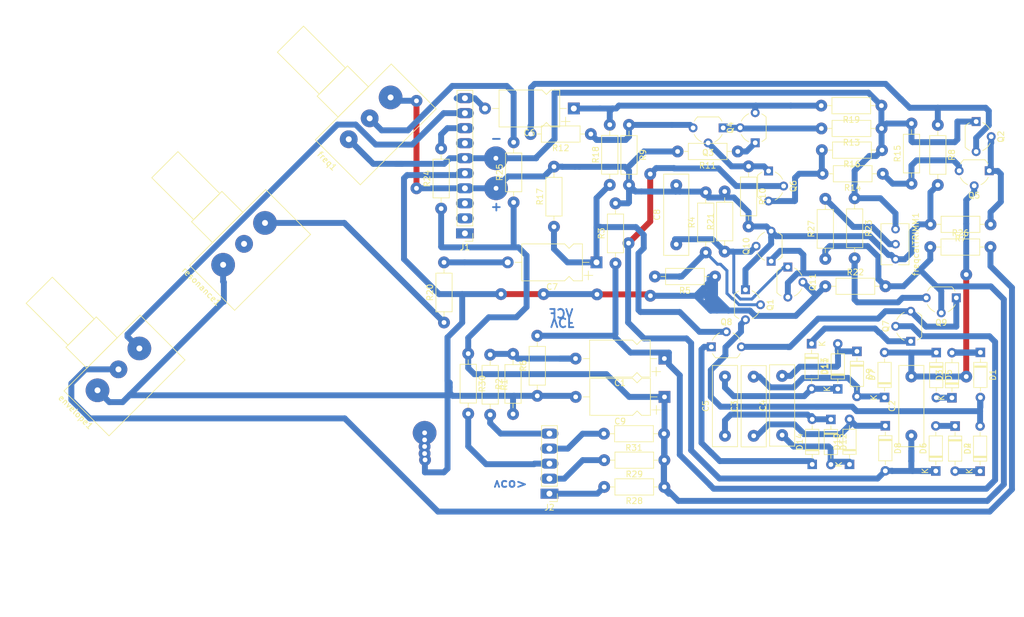
<source format=kicad_pcb>
(kicad_pcb (version 20171130) (host pcbnew "(5.1.2-1)-1")
  (layers (0 F.Cu signal) (31 B.Cu signal) (34 B.Paste user) (35 F.Paste user) (36 B.SilkS user) (37 F.SilkS user) (38 B.Mask user) (39 F.Mask user) (44 Edge.Cuts user))
  (net 0 "")
  (net 1 "Net-(C1-Pad2)")
  (net 2 "Net-(C1-Pad1)")
  (net 3 "Net-(C2-Pad1)")
  (net 4 "Net-(C2-Pad2)")
  (net 5 "Net-(C3-Pad2)")
  (net 6 "Net-(C3-Pad1)")
  (net 7 "Net-(C4-Pad1)")
  (net 8 "Net-(C4-Pad2)")
  (net 9 "Net-(C5-Pad2)")
  (net 10 "Net-(C5-Pad1)")
  (net 11 "Net-(C6-Pad1)")
  (net 12 "Net-(C6-Pad2)")
  (net 13 "Net-(C7-Pad1)")
  (net 14 "Net-(C7-Pad2)")
  (net 15 "Net-(C8-Pad1)")
  (net 16 +7.5V)
  (net 17 GND)
  (net 18 "Net-(C9-Pad1)")
  (net 19 "Net-(D1-Pad2)")
  (net 20 "Net-(D1-Pad1)")
  (net 21 "Net-(D2-Pad1)")
  (net 22 "Net-(D3-Pad1)")
  (net 23 "Net-(D4-Pad1)")
  (net 24 "Net-(D13-Pad1)")
  (net 25 "Net-(D14-Pad1)")
  (net 26 "Net-(J1-Pad9)")
  (net 27 "Net-(R26-Pad2)")
  (net 28 -8V)
  (net 29 "Net-(R25-Pad2)")
  (net 30 "Net-(R27-Pad2)")
  (net 31 "Net-(J1-Pad8)")
  (net 32 "Net-(J2-Pad1)")
  (net 33 "Net-(J2-Pad2)")
  (net 34 "Net-(J2-Pad3)")
  (net 35 "Net-(J2-Pad4)")
  (net 36 "Net-(J2-Pad5)")
  (net 37 "Net-(Q1-Pad2)")
  (net 38 "Net-(Q2-Pad2)")
  (net 39 "Net-(Q2-Pad3)")
  (net 40 "Net-(Q3-Pad1)")
  (net 41 "Net-(Q3-Pad3)")
  (net 42 "Net-(Q3-Pad2)")
  (net 43 "Net-(Q4-Pad1)")
  (net 44 "Net-(Q5-Pad3)")
  (net 45 "Net-(Q6-Pad3)")
  (net 46 "Net-(Q7-Pad3)")
  (net 47 "Net-(Q10-Pad1)")
  (net 48 "Net-(R20-Pad1)")
  (module Resistor_THT:R_Axial_DIN0207_L6.3mm_D2.5mm_P10.16mm_Horizontal (layer F.Cu) (at 99.4664 75.9206 270)
    (fp_text reference R30 (at 5.08 -2.37 90) (layer F.SilkS))
    (fp_text value R_US)
    (pad 2 thru_hole oval (at 10.16 0 270) (size 2 2) (drill 0.8) (layers *.Cu *.Mask) (net 34 "Net-(J2-Pad3)"))
    (pad 1 thru_hole circle (at 0 0 270) (size 2 2) (drill 0.8) (layers *.Cu *.Mask) (net 18 "Net-(C9-Pad1)"))
  )
  (module Capacitor_THT:C_Rect_L13.5mm_W4.0mm_P10.00mm_FKS3_FKP3_MKS4 (layer F.Cu) (at 147.6756 89.8144 90)
    (fp_text reference C3 (at 5 -3.25 90) (layer F.SilkS))
    (fp_text value C)
    (pad 1 thru_hole circle (at 0 0 90) (size 2 2) (drill 0.8) (layers *.Cu *.Mask) (net 6 "Net-(C3-Pad1)"))
    (pad 2 thru_hole circle (at 10 0 90) (size 2 2) (drill 0.8) (layers *.Cu *.Mask) (net 5 "Net-(C3-Pad2)"))
  )
  (module Capacitor_THT:CP_Axial_L10.0mm_D6.0mm_P15.00mm_Horizontal (layer F.Cu) (at 132.588 76.7588 180)
    (fp_text reference C1 (at 7.5 -4.12) (layer F.SilkS))
    (fp_text value C_Polarized)
    (pad 2 thru_hole oval (at 15 0 180) (size 2 2) (drill 0.8) (layers *.Cu *.Mask) (net 1 "Net-(C1-Pad2)"))
    (pad 1 thru_hole rect (at 0 0 180) (size 2 2) (drill 0.8) (layers *.Cu *.Mask) (net 2 "Net-(C1-Pad1)"))
  )
  (module Capacitor_THT:CP_Axial_L10.0mm_D6.0mm_P15.00mm_Horizontal (layer F.Cu) (at 132.6134 83.2358 180)
    (fp_text reference C9 (at 7.5 -4.12) (layer F.SilkS))
    (fp_text value C_Polarized)
    (pad 2 thru_hole oval (at 15 0 180) (size 2 2) (drill 0.8) (layers *.Cu *.Mask) (net 17 GND))
    (pad 1 thru_hole rect (at 0 0 180) (size 2 2) (drill 0.8) (layers *.Cu *.Mask) (net 18 "Net-(C9-Pad1)"))
  )
  (module Potentiometer_THT:Potentiometer_Alps_RK163_Single_Horizontal (layer F.Cu) (at 86.359863 32.622029 135)
    (fp_text reference freq1 (at 0 -15.2 135) (layer F.SilkS))
    (fp_text value R_Potentiometer)
    (pad 1 thru_hole circle (at 0 0 135) (size 4 4) (drill 1) (layers *.Cu *.Mask) (net 16 +7.5V))
    (pad 2 thru_hole circle (at 0 -5 135) (size 3 3) (drill 1) (layers *.Cu *.Mask) (net 29 "Net-(R25-Pad2)"))
    (pad 3 thru_hole circle (at 0 -10 135) (size 3 3) (drill 1) (layers *.Cu *.Mask F.Adhes) (net 28 -8V))
  )
  (module Resistor_THT:R_Axial_DIN0207_L6.3mm_D2.5mm_P10.16mm_Horizontal (layer F.Cu) (at 107.1372 50.3682 90)
    (fp_text reference R25 (at 5.08 -2.37 90) (layer F.SilkS))
    (fp_text value R_US)
    (pad 2 thru_hole oval (at 10.16 0 90) (size 2 2) (drill 0.8) (layers *.Cu *.Mask) (net 29 "Net-(R25-Pad2)"))
    (pad 1 thru_hole circle (at 0 0 90) (size 2 2) (drill 0.8) (layers *.Cu *.Mask) (net 18 "Net-(C9-Pad1)"))
  )
  (module Resistor_THT:R_Axial_DIN0207_L6.3mm_D2.5mm_P10.16mm_Horizontal (layer F.Cu) (at 139.573 58.8264 90)
    (fp_text reference R4 (at 5.08 -2.37 90) (layer F.SilkS))
    (fp_text value R_US)
    (pad 2 thru_hole oval (at 10.16 0 90) (size 2 2) (drill 0.8) (layers *.Cu *.Mask) (net 16 +7.5V))
    (pad 1 thru_hole circle (at 0 0 90) (size 2 2) (drill 0.8) (layers *.Cu *.Mask) (net 37 "Net-(Q1-Pad2)"))
  )
  (module Diode_THT:D_DO-35_SOD27_P7.62mm_Horizontal (layer F.Cu) (at 181.1528 83.3882 90)
    (fp_text reference D3 (at 3.81 -2.12 90) (layer F.SilkS))
    (fp_text value 1N4148)
    (fp_text user K (at 0 -1.8 90) (layer F.SilkS))
    (pad 2 thru_hole oval (at 7.62 0 90) (size 1.6 1.6) (drill 0.8) (layers *.Cu *.Mask) (net 20 "Net-(D1-Pad1)"))
    (pad 1 thru_hole rect (at 0 0 90) (size 1.6 1.6) (drill 0.8) (layers *.Cu *.Mask) (net 22 "Net-(D3-Pad1)"))
  )
  (module Diode_THT:D_DO-35_SOD27_P7.62mm_Horizontal (layer F.Cu) (at 157.5562 94.6404 90)
    (fp_text reference D14 (at 3.81 -2.12 90) (layer F.SilkS))
    (fp_text value 1N4148)
    (pad 2 thru_hole oval (at 7.62 0 90) (size 1.6 1.6) (drill 0.8) (layers *.Cu *.Mask) (net 10 "Net-(C5-Pad1)"))
    (pad 1 thru_hole rect (at 0 0 90) (size 1.6 1.6) (drill 0.8) (layers *.Cu *.Mask) (net 25 "Net-(D14-Pad1)"))
  )
  (module Diode_THT:D_DO-35_SOD27_P7.62mm_Horizontal (layer F.Cu) (at 181.6862 88.1634 270)
    (fp_text reference D4 (at 3.81 -2.12 90) (layer F.SilkS))
    (fp_text value 1N4148)
    (pad 2 thru_hole oval (at 7.62 0 270) (size 1.6 1.6) (drill 0.8) (layers *.Cu *.Mask) (net 21 "Net-(D2-Pad1)"))
    (pad 1 thru_hole rect (at 0 0 270) (size 1.6 1.6) (drill 0.8) (layers *.Cu *.Mask) (net 23 "Net-(D4-Pad1)"))
  )
  (module Diode_THT:D_DO-35_SOD27_P7.62mm_Horizontal (layer F.Cu) (at 185.906508 95.7834 90)
    (fp_text reference D2 (at 3.81 -2.12 90) (layer F.SilkS))
    (fp_text value 1N4148)
    (fp_text user K (at 0 -1.8 90) (layer F.SilkS))
    (pad 2 thru_hole oval (at 7.62 0 90) (size 1.6 1.6) (drill 0.8) (layers *.Cu *.Mask) (net 19 "Net-(D1-Pad2)"))
    (pad 1 thru_hole rect (at 0 0 90) (size 1.6 1.6) (drill 0.8) (layers *.Cu *.Mask) (net 21 "Net-(D2-Pad1)"))
  )
  (module Diode_THT:D_DO-35_SOD27_P7.62mm_Horizontal (layer F.Cu) (at 178.425232 95.758 90)
    (fp_text reference D6 (at 3.81 -2.12 90) (layer F.SilkS))
    (fp_text value 1N4148)
    (fp_text user K (at 0 -1.8 90) (layer F.SilkS))
    (pad 2 thru_hole oval (at 7.62 0 90) (size 1.6 1.6) (drill 0.8) (layers *.Cu *.Mask) (net 23 "Net-(D4-Pad1)"))
    (pad 1 thru_hole rect (at 0 0 90) (size 1.6 1.6) (drill 0.8) (layers *.Cu *.Mask) (net 3 "Net-(C2-Pad1)"))
  )
  (module Capacitor_THT:C_Rect_L13.5mm_W4.0mm_P10.00mm_FKS3_FKP3_MKS4 (layer F.Cu) (at 174.2948 89.789 90)
    (fp_text reference C2 (at 5 -3.25 90) (layer F.SilkS))
    (fp_text value C)
    (pad 2 thru_hole circle (at 10 0 90) (size 2 2) (drill 0.8) (layers *.Cu *.Mask) (net 4 "Net-(C2-Pad2)"))
    (pad 1 thru_hole circle (at 0 0 90) (size 2 2) (drill 0.8) (layers *.Cu *.Mask) (net 3 "Net-(C2-Pad1)"))
  )
  (module Package_TO_SOT_THT:TO-92_Wide (layer F.Cu) (at 181.8894 66.4972 180)
    (fp_text reference Q9 (at 2.55 -4.19) (layer F.SilkS))
    (fp_text value BC237)
    (pad 1 thru_hole rect (at 0 0 180) (size 1.5 1.5) (drill 0.8) (layers *.Cu *.Mask) (net 46 "Net-(Q7-Pad3)"))
    (pad 3 thru_hole circle (at 5.08 0 180) (size 1.5 1.5) (drill 0.8) (layers *.Cu *.Mask) (net 47 "Net-(Q10-Pad1)"))
    (pad 2 thru_hole circle (at 2.54 -2.54 180) (size 1.5 1.5) (drill 0.8) (layers *.Cu *.Mask) (net 18 "Net-(C9-Pad1)"))
  )
  (module Package_TO_SOT_THT:TO-92_Wide (layer F.Cu) (at 142.5194 37.7698 180)
    (fp_text reference Q3 (at 2.55 -4.19) (layer F.SilkS))
    (fp_text value BC237)
    (pad 1 thru_hole rect (at 0 0 180) (size 1.5 1.5) (drill 0.8) (layers *.Cu *.Mask) (net 40 "Net-(Q3-Pad1)"))
    (pad 3 thru_hole circle (at 5.08 0 180) (size 1.5 1.5) (drill 0.8) (layers *.Cu *.Mask) (net 41 "Net-(Q3-Pad3)"))
    (pad 2 thru_hole circle (at 2.54 -2.54 180) (size 1.5 1.5) (drill 0.8) (layers *.Cu *.Mask) (net 42 "Net-(Q3-Pad2)"))
  )
  (module Connector_PinHeader_2.54mm:PinHeader_1x05_P2.54mm_Vertical (layer F.Cu) (at 113.1824 99.5934 180)
    (fp_text reference J2 (at 0 -2.33) (layer F.SilkS))
    (fp_text value Conn_01x05_MountingPin)
    (pad 5 thru_hole oval (at 0 10.16 180) (size 3 1.7) (drill 1) (layers *.Cu *.Mask) (net 36 "Net-(J2-Pad5)"))
    (pad 4 thru_hole oval (at 0 7.62 180) (size 3 1.7) (drill 1) (layers *.Cu *.Mask) (net 35 "Net-(J2-Pad4)"))
    (pad 3 thru_hole oval (at 0 5.08 180) (size 3 1.7) (drill 1) (layers *.Cu *.Mask) (net 34 "Net-(J2-Pad3)"))
    (pad 2 thru_hole oval (at 0 2.54 180) (size 3 1.7) (drill 1) (layers *.Cu *.Mask) (net 33 "Net-(J2-Pad2)"))
    (pad 1 thru_hole rect (at 0 0 180) (size 3 1.7) (drill 1) (layers *.Cu *.Mask) (net 32 "Net-(J2-Pad1)"))
  )
  (module Potentiometer_THT:Potentiometer_Alps_RK163_Single_Horizontal (layer F.Cu) (at 43.933456 75.048436 135)
    (fp_text reference envelope1 (at 0 -15.2 135) (layer F.SilkS))
    (fp_text value R_Potentiometer)
    (pad 1 thru_hole circle (at 0 0 135) (size 4 4) (drill 1) (layers *.Cu *.Mask) (net 26 "Net-(J1-Pad9)"))
    (pad 2 thru_hole circle (at 0 -5 135) (size 3 3) (drill 1) (layers *.Cu *.Mask) (net 27 "Net-(R26-Pad2)"))
    (pad 3 thru_hole circle (at 0 -10 135) (size 4 4) (drill 1) (layers *.Cu *.Mask F.Adhes) (net 17 GND))
  )
  (module Potentiometer_THT:Potentiometer_Alps_RK163_Single_Horizontal (layer F.Cu) (at 65.14666 53.835232 135)
    (fp_text reference resonance1 (at 0 -15.2 135) (layer F.SilkS))
    (fp_text value R_Potentiometer)
    (pad 1 thru_hole circle (at 0 0 135) (size 4 4) (drill 1) (layers *.Cu *.Mask) (net 48 "Net-(R20-Pad1)"))
    (pad 2 thru_hole circle (at 0 -5 135) (size 3 3) (drill 1) (layers *.Cu *.Mask))
    (pad 3 thru_hole circle (at 0 -10 135) (size 4 4) (drill 1) (layers *.Cu *.Mask F.Adhes) (net 17 GND))
  )
  (module Capacitor_THT:C_Rect_L13.5mm_W4.0mm_P10.00mm_FKS3_FKP3_MKS4 (layer F.Cu) (at 152.4762 89.6874 90)
    (fp_text reference C4 (at 5 -3.25 90) (layer F.SilkS))
    (fp_text value C)
    (pad 2 thru_hole circle (at 10 0 90) (size 2 2) (drill 0.8) (layers *.Cu *.Mask) (net 8 "Net-(C4-Pad2)"))
    (pad 1 thru_hole circle (at 0 0 90) (size 2 2) (drill 0.8) (layers *.Cu *.Mask) (net 7 "Net-(C4-Pad1)"))
  )
  (module Capacitor_THT:C_Rect_L13.5mm_W4.0mm_P10.00mm_FKS3_FKP3_MKS4 (layer F.Cu) (at 142.8242 89.789 90)
    (fp_text reference C5 (at 5 -3.25 90) (layer F.SilkS))
    (fp_text value C)
    (pad 2 thru_hole circle (at 10 0 90) (size 2 2) (drill 0.8) (layers *.Cu *.Mask) (net 9 "Net-(C5-Pad2)"))
    (pad 1 thru_hole circle (at 0 0 90) (size 2 2) (drill 0.8) (layers *.Cu *.Mask) (net 10 "Net-(C5-Pad1)"))
  )
  (module Capacitor_THT:CP_Axial_L10.0mm_D6.0mm_P15.00mm_Horizontal (layer F.Cu) (at 117.2972 34.4932 180)
    (fp_text reference C6 (at 7.5 -4.12) (layer F.SilkS))
    (fp_text value C_Polarized)
    (pad 2 thru_hole oval (at 15 0 180) (size 2 2) (drill 1) (layers *.Cu *.Mask) (net 12 "Net-(C6-Pad2)"))
    (pad 1 thru_hole rect (at 0 0 180) (size 2 2) (drill 1) (layers *.Cu *.Mask) (net 11 "Net-(C6-Pad1)"))
  )
  (module Capacitor_THT:CP_Axial_L10.0mm_D6.0mm_P15.00mm_Horizontal (layer F.Cu) (at 121.1326 60.5028 180)
    (fp_text reference C7 (at 7.5 -4.12) (layer F.SilkS))
    (fp_text value C_Polarized)
    (pad 2 thru_hole oval (at 15 0 180) (size 2 2) (drill 1) (layers *.Cu *.Mask) (net 14 "Net-(C7-Pad2)"))
    (pad 1 thru_hole rect (at 0 0 180) (size 2 2) (drill 1) (layers *.Cu *.Mask) (net 13 "Net-(C7-Pad1)"))
  )
  (module Capacitor_THT:C_Rect_L13.5mm_W4.0mm_P10.00mm_FKS3_FKP3_MKS4 (layer F.Cu) (at 134.5946 57.4548 90)
    (fp_text reference C8 (at 5 -3.25 90) (layer F.SilkS))
    (fp_text value C)
    (pad 2 thru_hole circle (at 10 0 90) (size 2 2) (drill 0.8) (layers *.Cu *.Mask) (net 16 +7.5V))
    (pad 1 thru_hole circle (at 0 0 90) (size 2 2) (drill 0.8) (layers *.Cu *.Mask) (net 15 "Net-(C8-Pad1)"))
  )
  (module Diode_THT:D_DO-35_SOD27_P7.62mm_Horizontal (layer F.Cu) (at 185.9534 75.7174 270)
    (fp_text reference D1 (at 3.81 -2.12 90) (layer F.SilkS))
    (fp_text value 1N4148)
    (pad 2 thru_hole oval (at 7.62 0 270) (size 1.6 1.6) (drill 0.8) (layers *.Cu *.Mask) (net 19 "Net-(D1-Pad2)"))
    (pad 1 thru_hole rect (at 0 0 270) (size 1.6 1.6) (drill 0.8) (layers *.Cu *.Mask) (net 20 "Net-(D1-Pad1)"))
  )
  (module Diode_THT:D_DO-35_SOD27_P7.62mm_Horizontal (layer F.Cu) (at 178.50534 75.7428 270)
    (fp_text reference D5 (at 3.81 -2.12 90) (layer F.SilkS))
    (fp_text value 1N4148)
    (pad 2 thru_hole oval (at 7.62 0 270) (size 1.6 1.6) (drill 0.8) (layers *.Cu *.Mask) (net 22 "Net-(D3-Pad1)"))
    (pad 1 thru_hole rect (at 0 0 270) (size 1.6 1.6) (drill 0.8) (layers *.Cu *.Mask) (net 4 "Net-(C2-Pad2)"))
  )
  (module Diode_THT:D_DO-35_SOD27_P7.62mm_Horizontal (layer F.Cu) (at 169.775556 83.3374 90)
    (fp_text reference D7 (at 3.81 -2.12 90) (layer F.SilkS))
    (fp_text value 1N4148)
    (fp_text user K (at 0 -1.8 90) (layer F.SilkS))
    (pad 2 thru_hole oval (at 7.62 0 90) (size 1.6 1.6) (drill 0.8) (layers *.Cu *.Mask) (net 4 "Net-(C2-Pad2)"))
    (pad 1 thru_hole rect (at 0 0 90) (size 1.6 1.6) (drill 0.8) (layers *.Cu *.Mask) (net 5 "Net-(C3-Pad2)"))
  )
  (module Diode_THT:D_DO-35_SOD27_P7.62mm_Horizontal (layer F.Cu) (at 169.9006 88.1126 270)
    (fp_text reference D8 (at 3.81 -2.12 90) (layer F.SilkS))
    (fp_text value 1N4148)
    (pad 2 thru_hole oval (at 7.62 0 270) (size 1.6 1.6) (drill 0.8) (layers *.Cu *.Mask) (net 3 "Net-(C2-Pad1)"))
    (pad 1 thru_hole rect (at 0 0 270) (size 1.6 1.6) (drill 0.8) (layers *.Cu *.Mask) (net 6 "Net-(C3-Pad1)"))
  )
  (module Diode_THT:D_DO-35_SOD27_P7.62mm_Horizontal (layer F.Cu) (at 165.109772 75.5396 270)
    (fp_text reference D9 (at 3.81 -2.12 90) (layer F.SilkS))
    (fp_text value 1N4148)
    (pad 2 thru_hole oval (at 7.62 0 270) (size 1.6 1.6) (drill 0.8) (layers *.Cu *.Mask) (net 5 "Net-(C3-Pad2)"))
    (pad 1 thru_hole rect (at 0 0 270) (size 1.6 1.6) (drill 0.8) (layers *.Cu *.Mask) (net 8 "Net-(C4-Pad2)"))
  )
  (module Diode_THT:D_DO-35_SOD27_P7.62mm_Horizontal (layer F.Cu) (at 163.8554 94.6404 90)
    (fp_text reference D10 (at 3.81 -2.12 90) (layer F.SilkS))
    (fp_text value 1N4148)
    (fp_text user K (at 0 -1.8 90) (layer F.SilkS))
    (pad 2 thru_hole oval (at 7.62 0 90) (size 1.6 1.6) (drill 0.8) (layers *.Cu *.Mask) (net 6 "Net-(C3-Pad1)"))
    (pad 1 thru_hole rect (at 0 0 90) (size 1.6 1.6) (drill 0.8) (layers *.Cu *.Mask) (net 7 "Net-(C4-Pad1)"))
  )
  (module Diode_THT:D_DO-35_SOD27_P7.62mm_Horizontal (layer F.Cu) (at 161.8742 81.8896 90)
    (fp_text reference D11 (at 3.81 -2.12 90) (layer F.SilkS))
    (fp_text value 1N4148)
    (fp_text user K (at 0 -1.8 90) (layer F.SilkS))
    (pad 2 thru_hole oval (at 7.62 0 90) (size 1.6 1.6) (drill 0.8) (layers *.Cu *.Mask) (net 8 "Net-(C4-Pad2)"))
    (pad 1 thru_hole rect (at 0 0 90) (size 1.6 1.6) (drill 0.8) (layers *.Cu *.Mask) (net 9 "Net-(C5-Pad2)"))
  )
  (module Diode_THT:D_DO-35_SOD27_P7.62mm_Horizontal (layer F.Cu) (at 160.7058 87.0458 270)
    (fp_text reference D12 (at 3.81 -2.12 90) (layer F.SilkS))
    (fp_text value 1N4148)
    (pad 2 thru_hole oval (at 7.62 0 270) (size 1.6 1.6) (drill 0.8) (layers *.Cu *.Mask) (net 7 "Net-(C4-Pad1)"))
    (pad 1 thru_hole rect (at 0 0 270) (size 1.6 1.6) (drill 0.8) (layers *.Cu *.Mask) (net 10 "Net-(C5-Pad1)"))
  )
  (module Diode_THT:D_DO-35_SOD27_P7.62mm_Horizontal (layer F.Cu) (at 157.4546 74.2442 270)
    (fp_text reference D13 (at 3.81 -2.12 90) (layer F.SilkS))
    (fp_text value 1N4148)
    (fp_text user K (at 0 -1.8 90) (layer F.SilkS))
    (pad 2 thru_hole oval (at 7.62 0 270) (size 1.6 1.6) (drill 0.8) (layers *.Cu *.Mask) (net 9 "Net-(C5-Pad2)"))
    (pad 1 thru_hole rect (at 0 0 270) (size 1.6 1.6) (drill 0.8) (layers *.Cu *.Mask) (net 24 "Net-(D13-Pad1)"))
  )
  (module Potentiometer_THT:Potentiometer_Bourns_3266Y_Vertical (layer F.Cu) (at 171.6278 59.9694 270)
    (fp_text reference freqcalTRIMM1 (at -2.54 -3.41 90) (layer F.SilkS))
    (fp_text value R_Potentiometer_Trim)
    (pad 3 thru_hole circle (at -5.08 0 270) (size 1.44 1.44) (drill 0.8) (layers *.Cu *.Mask) (net 28 -8V))
    (pad 2 thru_hole circle (at -2.54 0 270) (size 1.44 1.44) (drill 0.8) (layers *.Cu *.Mask) (net 30 "Net-(R27-Pad2)"))
    (pad 1 thru_hole circle (at 0 0 270) (size 1.44 1.44) (drill 0.8) (layers *.Cu *.Mask) (net 16 +7.5V))
  )
  (module Package_TO_SOT_THT:TO-92_Wide (layer F.Cu) (at 146.2786 65.1256 270)
    (fp_text reference Q1 (at 2.55 -4.19 90) (layer F.SilkS))
    (fp_text value BC237)
    (pad 1 thru_hole rect (at 0 0 270) (size 1.5 1.5) (drill 0.8) (layers *.Cu *.Mask) (net 16 +7.5V))
    (pad 3 thru_hole circle (at 5.08 0 270) (size 1.5 1.5) (drill 0.8) (layers *.Cu *.Mask) (net 19 "Net-(D1-Pad2)"))
    (pad 2 thru_hole circle (at 2.54 -2.54 270) (size 1.5 1.5) (drill 0.8) (layers *.Cu *.Mask) (net 37 "Net-(Q1-Pad2)"))
  )
  (module Package_TO_SOT_THT:TO-92_Wide (layer F.Cu) (at 185.2422 36.703 270)
    (fp_text reference Q2 (at 2.55 -4.19 90) (layer F.SilkS))
    (fp_text value BC237)
    (pad 1 thru_hole rect (at 0 0 270) (size 1.5 1.5) (drill 0.8) (layers *.Cu *.Mask) (net 28 -8V))
    (pad 3 thru_hole circle (at 5.08 0 270) (size 1.5 1.5) (drill 0.8) (layers *.Cu *.Mask) (net 39 "Net-(Q2-Pad3)"))
    (pad 2 thru_hole circle (at 2.54 -2.54 270) (size 1.5 1.5) (drill 0.8) (layers *.Cu *.Mask) (net 38 "Net-(Q2-Pad2)"))
  )
  (module Package_TO_SOT_THT:TO-92_Wide (layer F.Cu) (at 147.9296 40.2844 90)
    (fp_text reference Q4 (at 2.55 -4.19 90) (layer F.SilkS))
    (fp_text value BC237)
    (pad 1 thru_hole rect (at 0 0 90) (size 1.5 1.5) (drill 0.8) (layers *.Cu *.Mask) (net 43 "Net-(Q4-Pad1)"))
    (pad 3 thru_hole circle (at 5.08 0 90) (size 1.5 1.5) (drill 0.8) (layers *.Cu *.Mask) (net 11 "Net-(C6-Pad1)"))
    (pad 2 thru_hole circle (at 2.54 -2.54 90) (size 1.5 1.5) (drill 0.8) (layers *.Cu *.Mask) (net 40 "Net-(Q3-Pad1)"))
  )
  (module Package_TO_SOT_THT:TO-92_Wide (layer F.Cu) (at 187.452 45.0088 180)
    (fp_text reference Q5 (at 2.55 -4.19) (layer F.SilkS))
    (fp_text value BC237)
    (pad 1 thru_hole rect (at 0 0 180) (size 1.5 1.5) (drill 0.8) (layers *.Cu *.Mask) (net 38 "Net-(Q2-Pad2)"))
    (pad 3 thru_hole circle (at 5.08 0 180) (size 1.5 1.5) (drill 0.8) (layers *.Cu *.Mask) (net 44 "Net-(Q5-Pad3)"))
    (pad 2 thru_hole circle (at 2.54 -2.54 180) (size 1.5 1.5) (drill 0.8) (layers *.Cu *.Mask) (net 4 "Net-(C2-Pad2)"))
  )
  (module Package_TO_SOT_THT:TO-92_Wide (layer F.Cu) (at 150.1902 45.0596 270)
    (fp_text reference Q6 (at 2.55 -4.19 90) (layer F.SilkS))
    (fp_text value BC237)
    (pad 1 thru_hole rect (at 0 0 270) (size 1.5 1.5) (drill 0.8) (layers *.Cu *.Mask) (net 42 "Net-(Q3-Pad2)"))
    (pad 3 thru_hole circle (at 5.08 0 270) (size 1.5 1.5) (drill 0.8) (layers *.Cu *.Mask) (net 45 "Net-(Q6-Pad3)"))
    (pad 2 thru_hole circle (at 2.54 -2.54 270) (size 1.5 1.5) (drill 0.8) (layers *.Cu *.Mask) (net 3 "Net-(C2-Pad1)"))
  )
  (module Package_TO_SOT_THT:TO-92_Wide (layer F.Cu) (at 174.1932 73.8378 90)
    (fp_text reference Q7 (at 2.55 -4.19 90) (layer F.SilkS))
    (fp_text value BC237)
    (pad 1 thru_hole rect (at 0 0 90) (size 1.5 1.5) (drill 0.8) (layers *.Cu *.Mask) (net 24 "Net-(D13-Pad1)"))
    (pad 3 thru_hole circle (at 5.08 0 90) (size 1.5 1.5) (drill 0.8) (layers *.Cu *.Mask) (net 46 "Net-(Q7-Pad3)"))
    (pad 2 thru_hole circle (at 2.54 -2.54 90) (size 1.5 1.5) (drill 0.8) (layers *.Cu *.Mask) (net 2 "Net-(C1-Pad1)"))
  )
  (module Package_TO_SOT_THT:TO-92_Wide (layer F.Cu) (at 140.5128 74.7776)
    (fp_text reference Q8 (at 2.55 -4.19) (layer F.SilkS))
    (fp_text value BC237)
    (pad 1 thru_hole rect (at 0 0) (size 1.5 1.5) (drill 0.8) (layers *.Cu *.Mask) (net 25 "Net-(D14-Pad1)"))
    (pad 3 thru_hole circle (at 5.08 0) (size 1.5 1.5) (drill 0.8) (layers *.Cu *.Mask) (net 46 "Net-(Q7-Pad3)"))
    (pad 2 thru_hole circle (at 2.54 -2.54) (size 1.5 1.5) (drill 0.8) (layers *.Cu *.Mask) (net 13 "Net-(C7-Pad1)"))
  )
  (module Package_TO_SOT_THT:TO-92_Wide (layer F.Cu) (at 150.622 60.2996 90)
    (fp_text reference Q10 (at 2.55 -4.19 90) (layer F.SilkS))
    (fp_text value BC307)
    (pad 1 thru_hole rect (at 0 0 90) (size 1.5 1.5) (drill 0.8) (layers *.Cu *.Mask) (net 47 "Net-(Q10-Pad1)"))
    (pad 3 thru_hole circle (at 5.08 0 90) (size 1.5 1.5) (drill 0.8) (layers *.Cu *.Mask) (net 16 +7.5V))
    (pad 2 thru_hole circle (at 2.54 -2.54 90) (size 1.5 1.5) (drill 0.8) (layers *.Cu *.Mask) (net 15 "Net-(C8-Pad1)"))
  )
  (module Package_TO_SOT_THT:TO-92_Wide (layer F.Cu) (at 153.4414 61.2902 270)
    (fp_text reference Q11 (at 2.55 -4.19 90) (layer F.SilkS))
    (fp_text value BC237)
    (pad 1 thru_hole rect (at 0 0 270) (size 1.5 1.5) (drill 0.8) (layers *.Cu *.Mask) (net 15 "Net-(C8-Pad1)"))
    (pad 3 thru_hole circle (at 5.08 0 270) (size 1.5 1.5) (drill 0.8) (layers *.Cu *.Mask) (net 47 "Net-(Q10-Pad1)"))
    (pad 2 thru_hole circle (at 2.54 -2.54 270) (size 1.5 1.5) (drill 0.8) (layers *.Cu *.Mask) (net 17 GND))
  )
  (module Resistor_THT:R_Axial_DIN0207_L6.3mm_D2.5mm_P10.16mm_Horizontal (layer F.Cu) (at 103.1748 76.0984 270)
    (fp_text reference R1 (at 5.08 -2.37 90) (layer F.SilkS))
    (fp_text value R_US)
    (pad 2 thru_hole oval (at 10.16 0 270) (size 2 2) (drill 0.8) (layers *.Cu *.Mask) (net 36 "Net-(J2-Pad5)"))
    (pad 1 thru_hole circle (at 0 0 270) (size 2 2) (drill 0.8) (layers *.Cu *.Mask) (net 1 "Net-(C1-Pad2)"))
  )
  (module Resistor_THT:R_Axial_DIN0207_L6.3mm_D2.5mm_P10.16mm_Horizontal (layer F.Cu) (at 107.0356 86.1314 90)
    (fp_text reference R2 (at 5.08 -2.37 90) (layer F.SilkS))
    (fp_text value R_US)
    (pad 2 thru_hole oval (at 10.16 0 90) (size 2 2) (drill 0.8) (layers *.Cu *.Mask) (net 1 "Net-(C1-Pad2)"))
    (pad 1 thru_hole circle (at 0 0 90) (size 2 2) (drill 0.8) (layers *.Cu *.Mask) (net 17 GND))
  )
  (module Resistor_THT:R_Axial_DIN0207_L6.3mm_D2.5mm_P10.16mm_Horizontal (layer F.Cu) (at 124.333 60.6806 90)
    (fp_text reference R3 (at 5.08 -2.37 90) (layer F.SilkS))
    (fp_text value R_US)
    (pad 2 thru_hole oval (at 10.16 0 90) (size 2 2) (drill 0.8) (layers *.Cu *.Mask) (net 16 +7.5V))
    (pad 1 thru_hole circle (at 0 0 90) (size 2 2) (drill 0.8) (layers *.Cu *.Mask) (net 2 "Net-(C1-Pad1)"))
  )
  (module Resistor_THT:R_Axial_DIN0207_L6.3mm_D2.5mm_P10.16mm_Horizontal (layer F.Cu) (at 141.1478 62.8904 180)
    (fp_text reference R5 (at 5.08 -2.37) (layer F.SilkS))
    (fp_text value R_US)
    (pad 2 thru_hole oval (at 10.16 0 180) (size 2 2) (drill 0.8) (layers *.Cu *.Mask) (net 37 "Net-(Q1-Pad2)"))
    (pad 1 thru_hole circle (at 0 0 180) (size 2 2) (drill 0.8) (layers *.Cu *.Mask) (net 17 GND))
  )
  (module Resistor_THT:R_Axial_DIN0207_L6.3mm_D2.5mm_P10.16mm_Horizontal (layer F.Cu) (at 111.125 83.058 90)
    (fp_text reference R6 (at 5.08 -2.37 90) (layer F.SilkS))
    (fp_text value R_US)
    (pad 2 thru_hole oval (at 10.16 0 90) (size 2 2) (drill 0.8) (layers *.Cu *.Mask) (net 2 "Net-(C1-Pad1)"))
    (pad 1 thru_hole circle (at 0 0 90) (size 2 2) (drill 0.8) (layers *.Cu *.Mask) (net 17 GND))
  )
  (module Resistor_THT:R_Axial_DIN0207_L6.3mm_D2.5mm_P10.16mm_Horizontal (layer F.Cu) (at 187.6806 54.0766 180)
    (fp_text reference R7 (at 5.08 -2.37) (layer F.SilkS))
    (fp_text value R_US)
    (pad 2 thru_hole oval (at 10.16 0 180) (size 2 2) (drill 0.8) (layers *.Cu *.Mask) (net 16 +7.5V))
    (pad 1 thru_hole circle (at 0 0 180) (size 2 2) (drill 0.8) (layers *.Cu *.Mask) (net 38 "Net-(Q2-Pad2)"))
  )
  (module Resistor_THT:R_Axial_DIN0207_L6.3mm_D2.5mm_P10.16mm_Horizontal (layer F.Cu) (at 178.7652 37.2618 270)
    (fp_text reference R8 (at 5.08 -2.37 90) (layer F.SilkS))
    (fp_text value R_US)
    (pad 2 thru_hole oval (at 10.16 0 270) (size 2 2) (drill 0.8) (layers *.Cu *.Mask) (net 16 +7.5V))
    (pad 1 thru_hole circle (at 0 0 270) (size 2 2) (drill 0.8) (layers *.Cu *.Mask) (net 39 "Net-(Q2-Pad3)"))
  )
  (module Resistor_THT:R_Axial_DIN0207_L6.3mm_D2.5mm_P10.16mm_Horizontal (layer F.Cu) (at 126.619 37.2618 270)
    (fp_text reference R9 (at 5.08 -2.37 90) (layer F.SilkS))
    (fp_text value R_US)
    (pad 2 thru_hole oval (at 10.16 0 270) (size 2 2) (drill 0.8) (layers *.Cu *.Mask) (net 16 +7.5V))
    (pad 1 thru_hole circle (at 0 0 270) (size 2 2) (drill 0.8) (layers *.Cu *.Mask) (net 41 "Net-(Q3-Pad3)"))
  )
  (module Resistor_THT:R_Axial_DIN0207_L6.3mm_D2.5mm_P10.16mm_Horizontal (layer F.Cu) (at 146.812 44.2722 270)
    (fp_text reference R10 (at 5.08 -2.37 90) (layer F.SilkS))
    (fp_text value R_US)
    (pad 2 thru_hole oval (at 10.16 0 270) (size 2 2) (drill 0.8) (layers *.Cu *.Mask) (net 16 +7.5V))
    (pad 1 thru_hole circle (at 0 0 270) (size 2 2) (drill 0.8) (layers *.Cu *.Mask) (net 42 "Net-(Q3-Pad2)"))
  )
  (module Resistor_THT:R_Axial_DIN0207_L6.3mm_D2.5mm_P10.16mm_Horizontal (layer F.Cu) (at 144.9832 41.7576 180)
    (fp_text reference R11 (at 5.08 -2.37) (layer F.SilkS))
    (fp_text value R_US)
    (pad 2 thru_hole oval (at 10.16 0 180) (size 2 2) (drill 0.8) (layers *.Cu *.Mask) (net 16 +7.5V))
    (pad 1 thru_hole circle (at 0 0 180) (size 2 2) (drill 0.8) (layers *.Cu *.Mask) (net 43 "Net-(Q4-Pad1)"))
  )
  (module Resistor_THT:R_Axial_DIN0207_L6.3mm_D2.5mm_P10.16mm_Horizontal (layer F.Cu) (at 120.1674 38.8112 180)
    (fp_text reference R12 (at 5.08 -2.37) (layer F.SilkS))
    (fp_text value R_US)
    (pad 2 thru_hole oval (at 10.16 0 180) (size 2 2) (drill 0.8) (layers *.Cu *.Mask) (net 39 "Net-(Q2-Pad3)"))
    (pad 1 thru_hole circle (at 0 0 180) (size 2 2) (drill 0.8) (layers *.Cu *.Mask) (net 41 "Net-(Q3-Pad3)"))
  )
  (module Resistor_THT:R_Axial_DIN0207_L6.3mm_D2.5mm_P10.16mm_Horizontal (layer F.Cu) (at 169.2656 37.8714 180)
    (fp_text reference R13 (at 5.08 -2.37) (layer F.SilkS))
    (fp_text value R_US)
    (pad 2 thru_hole oval (at 10.16 0 180) (size 2 2) (drill 0.8) (layers *.Cu *.Mask) (net 40 "Net-(Q3-Pad1)"))
    (pad 1 thru_hole circle (at 0 0 180) (size 2 2) (drill 0.8) (layers *.Cu *.Mask) (net 28 -8V))
  )
  (module Resistor_THT:R_Axial_DIN0207_L6.3mm_D2.5mm_P10.16mm_Horizontal (layer F.Cu) (at 169.4688 45.5168 180)
    (fp_text reference R14 (at 5.08 -2.37) (layer F.SilkS))
    (fp_text value R_US)
    (pad 2 thru_hole oval (at 10.16 0 180) (size 2 2) (drill 0.8) (layers *.Cu *.Mask) (net 45 "Net-(Q6-Pad3)"))
    (pad 1 thru_hole circle (at 0 0 180) (size 2 2) (drill 0.8) (layers *.Cu *.Mask) (net 44 "Net-(Q5-Pad3)"))
  )
  (module Resistor_THT:R_Axial_DIN0207_L6.3mm_D2.5mm_P10.16mm_Horizontal (layer F.Cu) (at 174.3202 47.1932 90)
    (fp_text reference R15 (at 5.08 -2.37 90) (layer F.SilkS))
    (fp_text value R_US)
    (pad 2 thru_hole oval (at 10.16 0 90) (size 2 2) (drill 0.8) (layers *.Cu *.Mask) (net 28 -8V))
    (pad 1 thru_hole circle (at 0 0 90) (size 2 2) (drill 0.8) (layers *.Cu *.Mask) (net 44 "Net-(Q5-Pad3)"))
  )
  (module Resistor_THT:R_Axial_DIN0207_L6.3mm_D2.5mm_P10.16mm_Horizontal (layer F.Cu) (at 169.3418 41.529 180)
    (fp_text reference R16 (at 5.08 -2.37) (layer F.SilkS))
    (fp_text value R_US)
    (pad 2 thru_hole oval (at 10.16 0 180) (size 2 2) (drill 0.8) (layers *.Cu *.Mask) (net 45 "Net-(Q6-Pad3)"))
    (pad 1 thru_hole circle (at 0 0 180) (size 2 2) (drill 0.8) (layers *.Cu *.Mask) (net 28 -8V))
  )
  (module Resistor_THT:R_Axial_DIN0207_L6.3mm_D2.5mm_P10.16mm_Horizontal (layer F.Cu) (at 113.9444 54.483 90)
    (fp_text reference R17 (at 5.08 -2.37 90) (layer F.SilkS))
    (fp_text value R_US)
    (pad 2 thru_hole oval (at 10.16 0 90) (size 2 2) (drill 0.8) (layers *.Cu *.Mask) (net 16 +7.5V))
    (pad 1 thru_hole circle (at 0 0 90) (size 2 2) (drill 0.8) (layers *.Cu *.Mask) (net 13 "Net-(C7-Pad1)"))
  )
  (module Resistor_THT:R_Axial_DIN0207_L6.3mm_D2.5mm_P10.16mm_Horizontal (layer F.Cu) (at 123.3678 47.3964 90)
    (fp_text reference R18 (at 5.08 -2.37 90) (layer F.SilkS))
    (fp_text value R_US)
    (pad 2 thru_hole oval (at 10.16 0 90) (size 2 2) (drill 0.8) (layers *.Cu *.Mask) (net 11 "Net-(C6-Pad1)"))
    (pad 1 thru_hole circle (at 0 0 90) (size 2 2) (drill 0.8) (layers *.Cu *.Mask) (net 13 "Net-(C7-Pad1)"))
  )
  (module Resistor_THT:R_Axial_DIN0207_L6.3mm_D2.5mm_P10.16mm_Horizontal (layer F.Cu) (at 169.2402 34.0106 180)
    (fp_text reference R19 (at 5.08 -2.37) (layer F.SilkS))
    (fp_text value R_US)
    (pad 2 thru_hole oval (at 10.16 0 180) (size 2 2) (drill 0.8) (layers *.Cu *.Mask) (net 11 "Net-(C6-Pad1)"))
    (pad 1 thru_hole circle (at 0 0 180) (size 2 2) (drill 0.8) (layers *.Cu *.Mask) (net 28 -8V))
  )
  (module Resistor_THT:R_Axial_DIN0207_L6.3mm_D2.5mm_P10.16mm_Horizontal (layer F.Cu) (at 95.377 70.6628 90)
    (fp_text reference R20 (at 5.08 -2.37 90) (layer F.SilkS))
    (fp_text value R_US)
    (pad 2 thru_hole oval (at 10.16 0 90) (size 2 2) (drill 0.8) (layers *.Cu *.Mask) (net 14 "Net-(C7-Pad2)"))
    (pad 1 thru_hole circle (at 0 0 90) (size 2 2) (drill 0.8) (layers *.Cu *.Mask) (net 48 "Net-(R20-Pad1)"))
  )
  (module Resistor_THT:R_Axial_DIN0207_L6.3mm_D2.5mm_P10.16mm_Horizontal (layer F.Cu) (at 142.7734 58.674 90)
    (fp_text reference R21 (at 5.08 -2.37 90) (layer F.SilkS))
    (fp_text value R_US)
    (pad 2 thru_hole oval (at 10.16 0 90) (size 2 2) (drill 0.8) (layers *.Cu *.Mask) (net 16 +7.5V))
    (pad 1 thru_hole circle (at 0 0 90) (size 2 2) (drill 0.8) (layers *.Cu *.Mask) (net 15 "Net-(C8-Pad1)"))
  )
  (module Resistor_THT:R_Axial_DIN0207_L6.3mm_D2.5mm_P10.16mm_Horizontal (layer F.Cu) (at 159.766 64.5414)
    (fp_text reference R22 (at 5.08 -2.37) (layer F.SilkS))
    (fp_text value R_US)
    (pad 2 thru_hole oval (at 10.16 0) (size 2 2) (drill 0.8) (layers *.Cu *.Mask) (net 18 "Net-(C9-Pad1)"))
    (pad 1 thru_hole circle (at 0 0) (size 2 2) (drill 0.8) (layers *.Cu *.Mask) (net 17 GND))
  )
  (module Resistor_THT:R_Axial_DIN0207_L6.3mm_D2.5mm_P10.16mm_Horizontal (layer F.Cu) (at 164.719 49.657 270)
    (fp_text reference R23 (at 5.08 -2.37 90) (layer F.SilkS))
    (fp_text value R_US)
    (pad 2 thru_hole oval (at 10.16 0 270) (size 2 2) (drill 0.8) (layers *.Cu *.Mask) (net 47 "Net-(Q10-Pad1)"))
    (pad 1 thru_hole circle (at 0 0 270) (size 2 2) (drill 0.8) (layers *.Cu *.Mask) (net 28 -8V))
  )
  (module Resistor_THT:R_Axial_DIN0207_L6.3mm_D2.5mm_P10.16mm_Horizontal (layer F.Cu) (at 94.8944 51.4096 90)
    (fp_text reference R24 (at 5.08 -2.37 90) (layer F.SilkS))
    (fp_text value R_US)
    (pad 2 thru_hole oval (at 10.16 0 90) (size 2 2) (drill 0.8) (layers *.Cu *.Mask) (net 31 "Net-(J1-Pad8)"))
    (pad 1 thru_hole circle (at 0 0 90) (size 2 2) (drill 0.8) (layers *.Cu *.Mask) (net 18 "Net-(C9-Pad1)"))
  )
  (module Resistor_THT:R_Axial_DIN0207_L6.3mm_D2.5mm_P10.16mm_Horizontal (layer F.Cu) (at 177.4952 57.912)
    (fp_text reference R26 (at 5.08 -2.37) (layer F.SilkS))
    (fp_text value R_US)
    (pad 2 thru_hole oval (at 10.16 0) (size 2 2) (drill 0.8) (layers *.Cu *.Mask) (net 27 "Net-(R26-Pad2)"))
    (pad 1 thru_hole circle (at 0 0) (size 2 2) (drill 0.8) (layers *.Cu *.Mask) (net 18 "Net-(C9-Pad1)"))
  )
  (module Resistor_THT:R_Axial_DIN0207_L6.3mm_D2.5mm_P10.16mm_Horizontal (layer F.Cu) (at 159.766 59.9186 90)
    (fp_text reference R27 (at 5.08 -2.37 90) (layer F.SilkS))
    (fp_text value R_US)
    (pad 2 thru_hole oval (at 10.16 0 90) (size 2 2) (drill 0.8) (layers *.Cu *.Mask) (net 30 "Net-(R27-Pad2)"))
    (pad 1 thru_hole circle (at 0 0 90) (size 2 2) (drill 0.8) (layers *.Cu *.Mask) (net 18 "Net-(C9-Pad1)"))
  )
  (module Resistor_THT:R_Axial_DIN0207_L6.3mm_D2.5mm_P10.16mm_Horizontal (layer F.Cu) (at 132.588 98.4504 180)
    (fp_text reference R28 (at 5.08 -2.37) (layer F.SilkS))
    (fp_text value R_US)
    (pad 2 thru_hole oval (at 10.16 0 180) (size 2 2) (drill 0.8) (layers *.Cu *.Mask) (net 32 "Net-(J2-Pad1)"))
    (pad 1 thru_hole circle (at 0 0 180) (size 2 2) (drill 0.8) (layers *.Cu *.Mask) (net 18 "Net-(C9-Pad1)"))
  )
  (module Resistor_THT:R_Axial_DIN0207_L6.3mm_D2.5mm_P10.16mm_Horizontal (layer F.Cu) (at 132.588 93.9292 180)
    (fp_text reference R29 (at 5.08 -2.37) (layer F.SilkS))
    (fp_text value R_US)
    (pad 2 thru_hole oval (at 10.16 0 180) (size 2 2) (drill 0.8) (layers *.Cu *.Mask) (net 33 "Net-(J2-Pad2)"))
    (pad 1 thru_hole circle (at 0 0 180) (size 2 2) (drill 0.8) (layers *.Cu *.Mask) (net 18 "Net-(C9-Pad1)"))
  )
  (module Resistor_THT:R_Axial_DIN0207_L6.3mm_D2.5mm_P10.16mm_Horizontal (layer F.Cu) (at 132.5372 89.4588 180)
    (fp_text reference R31 (at 5.08 -2.37) (layer F.SilkS))
    (fp_text value R_US)
    (pad 2 thru_hole oval (at 10.16 0 180) (size 2 2) (drill 0.8) (layers *.Cu *.Mask) (net 35 "Net-(J2-Pad4)"))
    (pad 1 thru_hole circle (at 0 0 180) (size 2 2) (drill 0.8) (layers *.Cu *.Mask) (net 18 "Net-(C9-Pad1)"))
  )
  (module Connector_PinHeader_2.54mm:PinHeader_1x10_P2.54mm_Vertical (layer F.Cu) (at 98.9076 55.6006 180)
    (fp_text reference J1 (at 0 -2.33) (layer F.SilkS))
    (fp_text value Conn_01x10_MountingPin)
    (pad 10 thru_hole oval (at 0 22.86 180) (size 3 1.7) (drill 1) (layers *.Cu *.Mask) (net 12 "Net-(C6-Pad2)"))
    (pad 9 thru_hole oval (at 0 20.32 180) (size 3 1.7) (drill 1) (layers *.Cu *.Mask) (net 26 "Net-(J1-Pad9)"))
    (pad 8 thru_hole oval (at 0 17.78 180) (size 3 1.7) (drill 1) (layers *.Cu *.Mask) (net 31 "Net-(J1-Pad8)"))
    (pad 7 thru_hole oval (at 0 15.24 180) (size 3 1.7) (drill 1) (layers *.Cu *.Mask))
    (pad 6 thru_hole oval (at 0 12.7 180) (size 3 1.7) (drill 1) (layers *.Cu *.Mask) (net 28 -8V))
    (pad 5 thru_hole oval (at 0 10.16 180) (size 3 1.7) (drill 1) (layers *.Cu *.Mask) (net 17 GND))
    (pad 4 thru_hole oval (at 0 7.62 180) (size 3 1.7) (drill 1) (layers *.Cu *.Mask) (net 16 +7.5V))
    (pad 3 thru_hole oval (at 0 5.08 180) (size 3 1.7) (drill 1) (layers *.Cu *.Mask))
    (pad 2 thru_hole oval (at 0 2.54 180) (size 3 1.7) (drill 1) (layers *.Cu *.Mask))
    (pad 1 thru_hole rect (at 0 0 180) (size 3 1.7) (drill 1) (layers *.Cu *.Mask))
  )
  (gr_text "VCF\n\n" (at 115.1382 70.4088) (layer B.Cu) (effects (font (size 1.5 1.5) (thickness 0.3)) (justify mirror)))
  (gr_text "-\n" (at 104.2162 39.5224) (layer B.Cu) (effects (font (size 1.5 1.5) (thickness 0.3)) (justify mirror)))
  (gr_text "+\n" (at 104.2162 51.054) (layer B.Cu) (effects (font (size 1.5 1.5) (thickness 0.3)) (justify mirror)))
  (gr_text "vco>\n" (at 106.5784 98.1202 180) (layer B.Cu) (effects (font (size 1.5 1.5) (thickness 0.3)) (justify mirror)))
  (gr_text "VCF\n\n" (at 115.3922 69.4182 180) (layer B.Cu) (effects (font (size 1.5 1.5) (thickness 0.3)) (justify mirror)))
  (segment (start 117.588 76.7588) (end 114.935 76.7588) (width 1) (layer B.Cu) (net 1))
  (segment (start 107.823 76.7588) (end 107.0356 75.9714) (width 1) (layer B.Cu) (net 1))
  (segment (start 117.588 76.7588) (end 107.823 76.7588) (width 1) (layer B.Cu) (net 1))
  (segment (start 103.3018 75.9714) (end 103.1748 76.0984) (width 1) (layer B.Cu) (net 1))
  (segment (start 107.0356 75.9714) (end 103.3018 75.9714) (width 1) (layer B.Cu) (net 1))
  (segment (start 175.643201 72.54861) (end 174.392391 71.2978) (width 1) (layer B.Cu) (net 2))
  (segment (start 176.0855 72.9869) (end 175.64721 72.54861) (width 1) (layer B.Cu) (net 2))
  (segment (start 188.4426 97.282) (end 188.4426 73.9394) (width 1) (layer B.Cu) (net 2))
  (segment (start 187.4901 72.9869) (end 176.0855 72.9869) (width 1) (layer B.Cu) (net 2))
  (segment (start 174.392391 71.2978) (end 171.6532 71.2978) (width 1) (layer B.Cu) (net 2))
  (segment (start 175.64721 72.54861) (end 175.643201 72.54861) (width 1) (layer B.Cu) (net 2))
  (segment (start 188.4426 73.9394) (end 187.4901 72.9869) (width 1) (layer B.Cu) (net 2))
  (segment (start 187.9981 97.7265) (end 188.4426 97.282) (width 1) (layer B.Cu) (net 2))
  (segment (start 187.54739 98.17721) (end 187.9981 97.7265) (width 1) (layer B.Cu) (net 2))
  (segment (start 124.0282 72.898) (end 124.333 72.5932) (width 1) (layer B.Cu) (net 2))
  (segment (start 124.333 72.5932) (end 124.333 60.6806) (width 1) (layer B.Cu) (net 2))
  (segment (start 111.125 72.898) (end 124.0282 72.898) (width 1) (layer B.Cu) (net 2))
  (segment (start 126.873 75.7428) (end 124.0282 72.898) (width 1) (layer B.Cu) (net 2))
  (segment (start 133.35 77.7428) (end 133.35 75.7428) (width 1) (layer B.Cu) (net 2))
  (segment (start 135.1948 79.5876) (end 133.35 77.7428) (width 1) (layer B.Cu) (net 2))
  (segment (start 135.1948 93.01782) (end 135.1948 79.5876) (width 1) (layer B.Cu) (net 2))
  (segment (start 140.35419 98.17721) (end 135.1948 93.01782) (width 1) (layer B.Cu) (net 2))
  (segment (start 186.9694 98.7552) (end 140.9192 98.7552) (width 1) (layer B.Cu) (net 2))
  (segment (start 140.35419 98.19019) (end 140.35419 98.17721) (width 1) (layer B.Cu) (net 2))
  (segment (start 140.9192 98.7552) (end 140.35419 98.19019) (width 1) (layer B.Cu) (net 2))
  (segment (start 133.35 75.7428) (end 126.873 75.7428) (width 1) (layer B.Cu) (net 2))
  (segment (start 187.9981 97.7265) (end 186.9694 98.7552) (width 1) (layer B.Cu) (net 2))
  (segment (start 174.2948 94.0816) (end 174.2694 94.107) (width 1) (layer B.Cu) (net 3))
  (via (at 126.5428 57.2516) (size 2) (drill 0.8) (layers F.Cu B.Cu) (net 3))
  (segment (start 177.2412 95.758) (end 178.425232 95.758) (width 1) (layer B.Cu) (net 3))
  (segment (start 171.03197 95.7326) (end 171.05737 95.758) (width 1) (layer B.Cu) (net 3))
  (segment (start 169.9006 95.7326) (end 171.03197 95.7326) (width 1) (layer B.Cu) (net 3))
  (segment (start 175.9204 95.758) (end 177.2412 95.758) (width 1) (layer B.Cu) (net 3))
  (segment (start 174.2948 95.5548) (end 174.498 95.758) (width 1) (layer B.Cu) (net 3))
  (segment (start 174.2948 92.3544) (end 174.2948 95.5548) (width 1) (layer B.Cu) (net 3))
  (segment (start 174.498 95.758) (end 177.2412 95.758) (width 1) (layer B.Cu) (net 3))
  (segment (start 174.2948 89.789) (end 174.2948 92.3544) (width 1) (layer B.Cu) (net 3))
  (segment (start 174.2948 92.3544) (end 174.2948 94.0816) (width 1) (layer B.Cu) (net 3))
  (segment (start 171.05737 95.758) (end 174.498 95.758) (width 1) (layer B.Cu) (net 3))
  (via (at 130.2004 45.5676) (size 2) (drill 0.8) (layers F.Cu B.Cu) (net 3))
  (segment (start 144.7292 47.5996) (end 152.7302 47.5996) (width 1) (layer B.Cu) (net 3))
  (segment (start 130.2004 45.5676) (end 131.200399 44.567601) (width 1) (layer B.Cu) (net 3))
  (segment (start 134.223403 44.567601) (end 134.283602 44.6278) (width 1) (layer B.Cu) (net 3))
  (segment (start 141.7574 44.6278) (end 144.7292 47.5996) (width 1) (layer B.Cu) (net 3))
  (segment (start 134.283602 44.6278) (end 141.7574 44.6278) (width 1) (layer B.Cu) (net 3))
  (segment (start 131.200399 44.567601) (end 134.223403 44.567601) (width 1) (layer B.Cu) (net 3))
  (segment (start 130.2004 53.594) (end 126.5428 57.2516) (width 1) (layer F.Cu) (net 3))
  (segment (start 130.2004 45.5676) (end 130.2004 53.594) (width 1) (layer F.Cu) (net 3))
  (segment (start 141.8844 97.028) (end 168.6052 97.028) (width 1) (layer B.Cu) (net 3))
  (segment (start 126.4666 57.0484) (end 126.4666 70.6628) (width 1) (layer B.Cu) (net 3))
  (segment (start 136.3218 73.3552) (end 137.1092 74.1426) (width 1) (layer B.Cu) (net 3))
  (segment (start 137.1092 92.2528) (end 141.8844 97.028) (width 1) (layer B.Cu) (net 3))
  (segment (start 129.159 73.3552) (end 136.3218 73.3552) (width 1) (layer B.Cu) (net 3))
  (segment (start 168.6052 97.028) (end 169.9006 95.7326) (width 1) (layer B.Cu) (net 3))
  (segment (start 137.1092 74.1426) (end 137.1092 92.2528) (width 1) (layer B.Cu) (net 3))
  (segment (start 126.4666 70.6628) (end 129.159 73.3552) (width 1) (layer B.Cu) (net 3))
  (segment (start 169.800956 75.7428) (end 169.775556 75.7174) (width 1) (layer B.Cu) (net 4))
  (segment (start 174.0408 75.7428) (end 169.800956 75.7428) (width 1) (layer B.Cu) (net 4))
  (segment (start 174.2948 75.9968) (end 174.0408 75.7428) (width 1) (layer B.Cu) (net 4))
  (segment (start 178.50534 75.7428) (end 174.0408 75.7428) (width 1) (layer B.Cu) (net 4))
  (segment (start 174.2948 79.789) (end 174.2948 75.9968) (width 1) (layer B.Cu) (net 4))
  (via (at 183.5658 79.8068) (size 2) (drill 0.8) (layers F.Cu B.Cu) (net 4))
  (segment (start 183.548 79.789) (end 183.5658 79.8068) (width 1) (layer B.Cu) (net 4))
  (segment (start 174.2948 79.789) (end 183.548 79.789) (width 1) (layer B.Cu) (net 4))
  (segment (start 183.5658 79.8068) (end 183.5658 62.5602) (width 1) (layer F.Cu) (net 4))
  (via (at 183.5658 62.5602) (size 2) (drill 0.8) (layers F.Cu B.Cu) (net 4))
  (segment (start 183.5658 62.5602) (end 183.5658 53.987402) (width 1) (layer B.Cu) (net 4))
  (segment (start 183.5658 49.95566) (end 183.5658 53.987402) (width 1) (layer B.Cu) (net 4))
  (segment (start 184.912 48.60946) (end 183.5658 49.95566) (width 1) (layer B.Cu) (net 4))
  (segment (start 184.912 47.5488) (end 184.912 48.60946) (width 1) (layer B.Cu) (net 4))
  (segment (start 165.185972 83.2358) (end 165.109772 83.1596) (width 1) (layer B.Cu) (net 5))
  (segment (start 165.1508 81.5594) (end 165.109772 81.600428) (width 1) (layer B.Cu) (net 5))
  (segment (start 165.109772 81.600428) (end 165.109772 83.1596) (width 1) (layer B.Cu) (net 5))
  (segment (start 165.135172 83.1342) (end 165.109772 83.1596) (width 1) (layer B.Cu) (net 5))
  (segment (start 169.597756 83.1596) (end 169.775556 83.3374) (width 1) (layer B.Cu) (net 5))
  (segment (start 165.109772 83.1596) (end 169.597756 83.1596) (width 1) (layer B.Cu) (net 5))
  (segment (start 163.6268 80.0354) (end 165.1508 81.5594) (width 1) (layer B.Cu) (net 5))
  (segment (start 157.3784 80.0354) (end 163.6268 80.0354) (width 1) (layer B.Cu) (net 5))
  (segment (start 157.3784 80.0354) (end 162.2044 80.0354) (width 1) (layer B.Cu) (net 5))
  (segment (start 156.0068 80.0354) (end 157.3784 80.0354) (width 1) (layer B.Cu) (net 5))
  (segment (start 154.4193 81.6229) (end 156.0068 80.0354) (width 1) (layer B.Cu) (net 5))
  (segment (start 150.4569 81.6229) (end 154.4193 81.6229) (width 1) (layer B.Cu) (net 5))
  (segment (start 148.623 79.789) (end 150.4569 81.6229) (width 1) (layer B.Cu) (net 5))
  (segment (start 163.8808 87.9856) (end 163.861264 87.966064) (width 1) (layer B.Cu) (net 6))
  (segment (start 163.8554 87.9602) (end 163.8808 87.9856) (width 1) (layer B.Cu) (net 6))
  (segment (start 163.8554 87.0204) (end 163.8554 87.9602) (width 1) (layer B.Cu) (net 6))
  (segment (start 164.9476 88.1126) (end 163.8554 87.0204) (width 1) (layer B.Cu) (net 6))
  (segment (start 169.9006 88.1126) (end 164.9476 88.1126) (width 1) (layer B.Cu) (net 6))
  (segment (start 154.559 87.884) (end 156.21 89.535) (width 1) (layer B.Cu) (net 6))
  (segment (start 156.21 89.535) (end 162.3314 89.535) (width 1) (layer B.Cu) (net 6))
  (segment (start 150.1648 87.884) (end 154.559 87.884) (width 1) (layer B.Cu) (net 6))
  (segment (start 162.3314 89.535) (end 163.8808 87.9856) (width 1) (layer B.Cu) (net 6))
  (segment (start 148.2598 89.789) (end 150.1648 87.884) (width 1) (layer B.Cu) (net 6))
  (segment (start 160.74488 94.1832) (end 160.66868 94.107) (width 1) (layer B.Cu) (net 7))
  (segment (start 163.861264 94.1832) (end 160.74488 94.1832) (width 1) (layer B.Cu) (net 7))
  (segment (start 160.66868 91.96168) (end 160.66868 94.107) (width 1) (layer B.Cu) (net 7))
  (segment (start 154.4066 91.6178) (end 160.3248 91.6178) (width 1) (layer B.Cu) (net 7))
  (segment (start 160.3248 91.6178) (end 160.66868 91.96168) (width 1) (layer B.Cu) (net 7))
  (segment (start 152.4762 89.6874) (end 154.4066 91.6178) (width 1) (layer B.Cu) (net 7))
  (segment (start 161.967988 75.5396) (end 161.917188 75.4888) (width 1) (layer B.Cu) (net 8))
  (segment (start 165.109772 75.5396) (end 161.967988 75.5396) (width 1) (layer B.Cu) (net 8))
  (segment (start 159.390958 78.1304) (end 155.447413 78.1304) (width 1) (layer B.Cu) (net 8))
  (segment (start 153.890413 79.6874) (end 152.4762 79.6874) (width 1) (layer B.Cu) (net 8))
  (segment (start 155.447413 78.1304) (end 153.890413 79.6874) (width 1) (layer B.Cu) (net 8))
  (segment (start 161.917188 75.4888) (end 161.917188 76.62017) (width 1) (layer B.Cu) (net 8))
  (segment (start 159.390958 78.1304) (end 161.6964 78.1304) (width 1) (layer B.Cu) (net 8))
  (segment (start 161.917188 77.909612) (end 161.917188 75.4888) (width 1) (layer B.Cu) (net 8))
  (segment (start 161.6964 78.1304) (end 161.917188 77.909612) (width 1) (layer B.Cu) (net 8))
  (segment (start 161.8742 75.445812) (end 161.8742 74.2696) (width 1) (layer B.Cu) (net 8))
  (segment (start 161.917188 75.4888) (end 161.8742 75.445812) (width 1) (layer B.Cu) (net 8))
  (segment (start 144.272 83.1088) (end 142.8242 81.661) (width 1) (layer B.Cu) (net 9))
  (segment (start 142.8242 81.661) (end 142.8242 79.789) (width 1) (layer B.Cu) (net 9))
  (segment (start 155.6766 83.1088) (end 156.21 83.1088) (width 1) (layer B.Cu) (net 9))
  (segment (start 156.21 83.1088) (end 157.4546 81.8642) (width 1) (layer B.Cu) (net 9))
  (segment (start 155.6766 83.1088) (end 144.272 83.1088) (width 1) (layer B.Cu) (net 9))
  (segment (start 157.4546 81.8642) (end 160.672588 81.8642) (width 1) (layer B.Cu) (net 9))
  (segment (start 161.8488 81.8642) (end 161.8742 81.8896) (width 1) (layer B.Cu) (net 9))
  (segment (start 157.4546 81.8642) (end 161.8488 81.8642) (width 1) (layer B.Cu) (net 9))
  (segment (start 157.501496 86.487) (end 157.476096 86.4616) (width 1) (layer B.Cu) (net 10))
  (segment (start 142.8242 87.1982) (end 142.8242 89.789) (width 1) (layer B.Cu) (net 10))
  (segment (start 160.6804 87.0204) (end 160.7058 87.0458) (width 1) (layer B.Cu) (net 10))
  (segment (start 157.5562 87.0204) (end 160.6804 87.0204) (width 1) (layer B.Cu) (net 10))
  (segment (start 156.756201 86.220401) (end 157.5562 87.0204) (width 1) (layer B.Cu) (net 10))
  (segment (start 143.637 86.3854) (end 143.801999 86.220401) (width 1) (layer B.Cu) (net 10))
  (segment (start 143.801999 86.220401) (end 156.756201 86.220401) (width 1) (layer B.Cu) (net 10))
  (segment (start 143.637 86.3854) (end 142.8242 87.1982) (width 1) (layer B.Cu) (net 10))
  (segment (start 153.924 34.0106) (end 159.0802 34.0106) (width 1) (layer B.Cu) (net 11))
  (segment (start 124.4346 34.4932) (end 124.9172 34.0106) (width 1) (layer B.Cu) (net 11))
  (segment (start 124.8918 34.0106) (end 124.9172 34.0106) (width 1) (layer B.Cu) (net 11))
  (segment (start 117.2972 34.4932) (end 121.7168 34.4932) (width 1) (layer B.Cu) (net 11))
  (segment (start 123.3678 34.9758) (end 123.8504 34.4932) (width 1) (layer B.Cu) (net 11))
  (segment (start 123.8504 34.4932) (end 124.4346 34.4932) (width 1) (layer B.Cu) (net 11))
  (segment (start 123.3678 37.2364) (end 123.3678 34.9758) (width 1) (layer B.Cu) (net 11))
  (segment (start 121.7168 34.4932) (end 123.8504 34.4932) (width 1) (layer B.Cu) (net 11))
  (segment (start 148.0312 34.04214) (end 148.0312 34.0106) (width 1) (layer B.Cu) (net 11))
  (segment (start 147.9296 34.14374) (end 148.0312 34.04214) (width 1) (layer B.Cu) (net 11))
  (segment (start 147.9296 35.2044) (end 147.9296 34.14374) (width 1) (layer B.Cu) (net 11))
  (segment (start 148.0312 34.0106) (end 153.924 34.0106) (width 1) (layer B.Cu) (net 11))
  (segment (start 124.9172 34.0106) (end 148.0312 34.0106) (width 1) (layer B.Cu) (net 11))
  (segment (start 100.57 32.766) (end 102.2972 34.4932) (width 1) (layer B.Cu) (net 12))
  (segment (start 97.5106 32.766) (end 100.57 32.766) (width 1) (layer B.Cu) (net 12))
  (segment (start 138.5316 72.2376) (end 138.4554 72.1614) (width 1) (layer B.Cu) (net 13))
  (segment (start 143.0528 72.2376) (end 138.5316 72.2376) (width 1) (layer B.Cu) (net 13))
  (segment (start 121.7168 54.483) (end 121.7676 54.5338) (width 1) (layer B.Cu) (net 13))
  (segment (start 121.1326 60.5028) (end 116.2304 60.5028) (width 1) (layer B.Cu) (net 13))
  (segment (start 113.9444 58.2168) (end 113.9444 54.483) (width 1) (layer B.Cu) (net 13))
  (segment (start 116.2304 60.5028) (end 113.9444 58.2168) (width 1) (layer B.Cu) (net 13))
  (segment (start 121.1326 49.6316) (end 123.3678 47.3964) (width 1) (layer B.Cu) (net 13))
  (segment (start 121.2088 54.5338) (end 121.1326 54.61) (width 1) (layer B.Cu) (net 13))
  (segment (start 121.7676 54.5338) (end 121.2088 54.5338) (width 1) (layer B.Cu) (net 13))
  (segment (start 121.1326 54.61) (end 121.1326 49.6316) (width 1) (layer B.Cu) (net 13))
  (segment (start 121.1326 60.5028) (end 121.1326 54.61) (width 1) (layer B.Cu) (net 13))
  (segment (start 128.5494 68.8848) (end 135.1788 68.8848) (width 1) (layer B.Cu) (net 13))
  (segment (start 128.2192 68.5546) (end 128.5494 68.8848) (width 1) (layer B.Cu) (net 13))
  (segment (start 135.1788 68.8848) (end 138.5316 72.2376) (width 1) (layer B.Cu) (net 13))
  (segment (start 128.2192 58.9788) (end 128.2192 68.5546) (width 1) (layer B.Cu) (net 13))
  (segment (start 129.1082 58.0898) (end 128.2192 58.9788) (width 1) (layer B.Cu) (net 13))
  (segment (start 129.1082 55.8546) (end 129.1082 58.0898) (width 1) (layer B.Cu) (net 13))
  (segment (start 127.7874 54.5338) (end 129.1082 55.8546) (width 1) (layer B.Cu) (net 13))
  (segment (start 121.7676 54.5338) (end 127.7874 54.5338) (width 1) (layer B.Cu) (net 13))
  (segment (start 106.1326 60.5028) (end 98.8568 60.5028) (width 1) (layer B.Cu) (net 14))
  (segment (start 98.8568 60.5028) (end 95.377 60.5028) (width 1) (layer B.Cu) (net 14))
  (segment (start 147.76601 66.27979) (end 152.7556 61.2902) (width 0.5) (layer B.Cu) (net 15))
  (segment (start 147.76601 66.30217) (end 147.76601 66.27979) (width 0.5) (layer B.Cu) (net 15))
  (segment (start 147.36778 66.7004) (end 147.76601 66.30217) (width 0.5) (layer B.Cu) (net 15))
  (segment (start 145.415 66.7004) (end 147.36778 66.7004) (width 0.5) (layer B.Cu) (net 15))
  (segment (start 152.7556 61.2902) (end 153.4414 61.2902) (width 0.5) (layer B.Cu) (net 15))
  (segment (start 148.082 57.7596) (end 147.1422 58.6994) (width 1) (layer B.Cu) (net 15))
  (segment (start 144.3101 58.7629) (end 144.2466 58.6994) (width 0.5) (layer B.Cu) (net 15))
  (segment (start 144.3101 65.5955) (end 144.3101 58.7629) (width 0.5) (layer B.Cu) (net 15))
  (segment (start 147.1422 58.6994) (end 144.2466 58.6994) (width 1) (layer B.Cu) (net 15))
  (segment (start 144.3101 65.5955) (end 145.415 66.7004) (width 0.5) (layer B.Cu) (net 15))
  (segment (start 140.6906 56.5912) (end 142.7734 58.674) (width 1) (layer B.Cu) (net 15))
  (segment (start 144.2212 58.674) (end 144.2466 58.6994) (width 1) (layer B.Cu) (net 15))
  (segment (start 142.7734 58.674) (end 144.2212 58.674) (width 1) (layer B.Cu) (net 15))
  (segment (start 134.5946 56.7944) (end 134.3914 56.5912) (width 1) (layer B.Cu) (net 15))
  (segment (start 134.5946 57.4548) (end 134.5946 56.7944) (width 1) (layer B.Cu) (net 15))
  (segment (start 134.3914 56.5912) (end 140.6906 56.5912) (width 1) (layer B.Cu) (net 15))
  (segment (start 126.5682 47.4726) (end 126.619 47.4218) (width 1) (layer B.Cu) (net 16))
  (segment (start 150.622 56.28026) (end 150.622 55.2196) (width 1) (layer B.Cu) (net 16))
  (segment (start 150.622 57.365602) (end 150.622 56.28026) (width 1) (layer B.Cu) (net 16))
  (segment (start 146.2786 61.709002) (end 150.622 57.365602) (width 1) (layer B.Cu) (net 16))
  (segment (start 146.2786 65.1256) (end 146.2786 61.709002) (width 1) (layer B.Cu) (net 16))
  (segment (start 177.5206 48.6664) (end 178.7652 47.4218) (width 1) (layer B.Cu) (net 16))
  (segment (start 177.5206 54.0766) (end 177.5206 48.6664) (width 1) (layer B.Cu) (net 16))
  (segment (start 171.6278 59.9694) (end 173.1772 59.9694) (width 1) (layer B.Cu) (net 16))
  (segment (start 173.1772 59.9694) (end 174.3202 58.8264) (width 1) (layer B.Cu) (net 16))
  (segment (start 174.3202 58.8264) (end 174.3202 55.3466) (width 1) (layer B.Cu) (net 16))
  (segment (start 175.5902 54.0766) (end 177.5206 54.0766) (width 1) (layer B.Cu) (net 16))
  (segment (start 174.3202 55.3466) (end 175.5902 54.0766) (width 1) (layer B.Cu) (net 16))
  (segment (start 170.907801 59.249401) (end 170.450601 59.249401) (width 1) (layer B.Cu) (net 16))
  (segment (start 171.6278 59.9694) (end 170.907801 59.249401) (width 1) (layer B.Cu) (net 16))
  (segment (start 170.450601 59.249401) (end 167.2844 56.0832) (width 1) (layer B.Cu) (net 16))
  (segment (start 151.4856 56.0832) (end 150.622 55.2196) (width 1) (layer B.Cu) (net 16))
  (segment (start 167.2844 56.0832) (end 151.4856 56.0832) (width 1) (layer B.Cu) (net 16))
  (segment (start 149.8346 54.4322) (end 150.622 55.2196) (width 1) (layer B.Cu) (net 16))
  (segment (start 146.812 54.4322) (end 149.8346 54.4322) (width 1) (layer B.Cu) (net 16))
  (segment (start 138.9888 48.5394) (end 135.2042 48.5394) (width 1) (layer B.Cu) (net 16))
  (segment (start 130.5738 48.5394) (end 130.556 48.5216) (width 1) (layer B.Cu) (net 16))
  (segment (start 127.7188 48.5216) (end 126.619 47.4218) (width 1) (layer B.Cu) (net 16))
  (segment (start 115.384013 44.3484) (end 117.5004 44.3484) (width 1) (layer B.Cu) (net 16))
  (segment (start 115.358613 44.323) (end 115.384013 44.3484) (width 1) (layer B.Cu) (net 16))
  (segment (start 113.9444 44.323) (end 115.358613 44.323) (width 1) (layer B.Cu) (net 16))
  (segment (start 98.9076 47.9806) (end 98.2576 47.9806) (width 1) (layer B.Cu) (net 16))
  (segment (start 98.9076 47.9806) (end 102.997 47.9806) (width 1) (layer B.Cu) (net 16))
  (segment (start 98.9076 47.9806) (end 96.4076 47.9806) (width 1) (layer B.Cu) (net 16))
  (via (at 90.7288 47.9806) (size 2) (drill 0.8) (layers F.Cu B.Cu) (net 16))
  (segment (start 96.4076 47.9806) (end 90.7288 47.9806) (width 1) (layer B.Cu) (net 16))
  (via (at 90.7288 33.1978) (size 2) (drill 0.8) (layers F.Cu B.Cu) (net 16))
  (segment (start 90.717 33.186) (end 90.7288 33.1978) (width 1) (layer B.Cu) (net 16))
  (segment (start 85.6874 33.186) (end 90.717 33.186) (width 1) (layer B.Cu) (net 16))
  (segment (start 90.7288 33.1978) (end 90.7288 47.9806) (width 1) (layer F.Cu) (net 16))
  (via (at 104.1654 47.9806) (size 4) (drill 0.8) (layers F.Cu B.Cu) (net 16))
  (segment (start 102.997 47.9806) (end 104.1654 47.9806) (width 1) (layer B.Cu) (net 16))
  (segment (start 122.4026 44.3484) (end 125.9332 44.3484) (width 1) (layer B.Cu) (net 16))
  (segment (start 123.2662 44.3484) (end 122.4026 44.3484) (width 1) (layer B.Cu) (net 16))
  (segment (start 126.619 45.0342) (end 126.619 47.4218) (width 1) (layer B.Cu) (net 16))
  (segment (start 122.4026 44.3484) (end 118.237 44.3484) (width 1) (layer B.Cu) (net 16))
  (segment (start 118.237 44.3484) (end 117.5004 44.3484) (width 1) (layer B.Cu) (net 16))
  (segment (start 146.812 52.0192) (end 146.812 54.4322) (width 1) (layer B.Cu) (net 16))
  (segment (start 144.332199 49.539399) (end 146.812 52.0192) (width 1) (layer B.Cu) (net 16))
  (segment (start 138.9888 48.5394) (end 139.988799 49.539399) (width 1) (layer B.Cu) (net 16))
  (segment (start 134.5946 48.4378) (end 134.493 48.5394) (width 1) (layer B.Cu) (net 16))
  (segment (start 134.5946 47.4548) (end 134.5946 48.4378) (width 1) (layer B.Cu) (net 16))
  (segment (start 134.493 48.5394) (end 130.5738 48.5394) (width 1) (layer B.Cu) (net 16))
  (segment (start 135.2042 48.5394) (end 134.493 48.5394) (width 1) (layer B.Cu) (net 16))
  (segment (start 142.7734 49.320198) (end 142.554199 49.539399) (width 1) (layer B.Cu) (net 16))
  (segment (start 142.7734 48.514) (end 142.7734 49.320198) (width 1) (layer B.Cu) (net 16))
  (segment (start 142.554199 49.539399) (end 144.332199 49.539399) (width 1) (layer B.Cu) (net 16))
  (segment (start 139.988799 49.539399) (end 142.554199 49.539399) (width 1) (layer B.Cu) (net 16))
  (segment (start 129.1336 41.7576) (end 126.238 44.6532) (width 1) (layer B.Cu) (net 16))
  (segment (start 134.8232 41.7576) (end 129.1336 41.7576) (width 1) (layer B.Cu) (net 16))
  (segment (start 126.238 44.6532) (end 126.619 45.0342) (width 1) (layer B.Cu) (net 16))
  (segment (start 125.9332 44.3484) (end 126.238 44.6532) (width 1) (layer B.Cu) (net 16))
  (segment (start 124.333 50.5206) (end 126.4666 50.5206) (width 1) (layer B.Cu) (net 16))
  (segment (start 126.4666 50.5206) (end 126.619 50.3682) (width 1) (layer B.Cu) (net 16))
  (segment (start 127.5842 48.387) (end 126.619 48.387) (width 1) (layer B.Cu) (net 16))
  (segment (start 127.7188 48.5216) (end 127.5842 48.387) (width 1) (layer B.Cu) (net 16))
  (segment (start 128.7196 48.5216) (end 127.7188 48.5216) (width 1) (layer B.Cu) (net 16))
  (segment (start 130.556 48.5216) (end 128.7196 48.5216) (width 1) (layer B.Cu) (net 16))
  (segment (start 126.619 48.387) (end 126.619 47.4218) (width 1) (layer B.Cu) (net 16))
  (segment (start 126.619 50.3682) (end 126.619 48.387) (width 1) (layer B.Cu) (net 16))
  (segment (start 112.286799 45.980601) (end 112.776 45.4914) (width 1) (layer B.Cu) (net 16))
  (segment (start 106.165399 45.980601) (end 112.286799 45.980601) (width 1) (layer B.Cu) (net 16))
  (segment (start 104.1654 47.9806) (end 106.165399 45.980601) (width 1) (layer B.Cu) (net 16))
  (segment (start 112.776 45.4914) (end 113.9444 44.323) (width 1) (layer B.Cu) (net 16))
  (segment (start 147.9296 69.5452) (end 154.7622 69.5452) (width 1) (layer B.Cu) (net 17))
  (segment (start 158.0896 65.9384) (end 158.0896 66.2178) (width 1) (layer B.Cu) (net 17))
  (segment (start 155.9814 63.8302) (end 158.0896 65.9384) (width 1) (layer B.Cu) (net 17))
  (segment (start 158.0896 66.2178) (end 159.766 64.5414) (width 1) (layer B.Cu) (net 17))
  (segment (start 154.7622 69.5452) (end 158.0896 66.2178) (width 1) (layer B.Cu) (net 17))
  (segment (start 147.0279 68.6435) (end 147.9296 69.5452) (width 1) (layer B.Cu) (net 17))
  (via (at 130.2258 66.1416) (size 2) (drill 0.8) (layers F.Cu B.Cu) (net 17))
  (via (at 105.0036 65.8622) (size 2) (drill 0.8) (layers F.Cu B.Cu) (net 17))
  (segment (start 140.2334 65.8114) (end 140.2334 62.9412) (width 1) (layer B.Cu) (net 17))
  (segment (start 140.2334 65.8114) (end 139.9032 66.1416) (width 1) (layer B.Cu) (net 17))
  (segment (start 129.9972 65.913) (end 130.2258 66.1416) (width 1) (layer F.Cu) (net 17))
  (segment (start 94.5388 65.8622) (end 88.6206 59.944) (width 1) (layer B.Cu) (net 17))
  (segment (start 88.6206 59.944) (end 88.6206 46.2788) (width 1) (layer B.Cu) (net 17))
  (segment (start 88.6206 46.2788) (end 89.154 45.7454) (width 1) (layer B.Cu) (net 17))
  (segment (start 98.6028 45.7454) (end 98.9076 45.4406) (width 1) (layer B.Cu) (net 17))
  (segment (start 89.154 45.7454) (end 98.6028 45.7454) (width 1) (layer B.Cu) (net 17))
  (segment (start 95.9734 80.4804) (end 95.9734 73.1652) (width 1) (layer B.Cu) (net 17))
  (segment (start 95.9734 73.1652) (end 98.4504 70.6882) (width 1) (layer B.Cu) (net 17))
  (segment (start 98.4504 65.8622) (end 94.5388 65.8622) (width 1) (layer B.Cu) (net 17))
  (segment (start 98.4504 70.6882) (end 98.4504 65.8622) (width 1) (layer B.Cu) (net 17))
  (segment (start 105.0036 65.8622) (end 98.4504 65.8622) (width 1) (layer B.Cu) (net 17))
  (segment (start 139.9032 66.1416) (end 139.9032 68.1228) (width 1) (layer B.Cu) (net 17))
  (segment (start 140.4239 68.6435) (end 141.457113 68.6435) (width 1) (layer B.Cu) (net 17))
  (segment (start 139.9032 68.1228) (end 140.4239 68.6435) (width 1) (layer B.Cu) (net 17))
  (segment (start 140.4239 68.6435) (end 140.2334 68.453) (width 1) (layer B.Cu) (net 17))
  (via (at 92.1766 93.8784) (size 2) (drill 0.8) (layers F.Cu B.Cu) (net 17))
  (segment (start 92.150599 95.985999) (end 92.150599 93.904401) (width 1) (layer B.Cu) (net 17))
  (segment (start 92.150599 93.904401) (end 92.1766 93.8784) (width 1) (layer B.Cu) (net 17))
  (via (at 92.1004 92.8116) (size 2) (drill 0.8) (layers F.Cu B.Cu) (net 17))
  (segment (start 92.1766 92.8878) (end 92.1004 92.8116) (width 1) (layer F.Cu) (net 17))
  (segment (start 92.1766 93.8784) (end 92.1766 92.8878) (width 1) (layer F.Cu) (net 17))
  (via (at 92.1004 91.6178) (size 2) (drill 0.8) (layers F.Cu B.Cu) (net 17))
  (segment (start 92.1004 92.8116) (end 92.1004 91.6178) (width 1) (layer B.Cu) (net 17))
  (via (at 92.1004 90.5002) (size 2) (drill 0.8) (layers F.Cu B.Cu) (net 17))
  (segment (start 92.1004 91.6178) (end 92.1004 90.5002) (width 1) (layer F.Cu) (net 17))
  (via (at 92.1004 89.3064) (size 4) (drill 0.8) (layers F.Cu B.Cu) (net 17))
  (segment (start 92.1004 90.5002) (end 92.1004 89.3064) (width 1) (layer B.Cu) (net 17))
  (segment (start 96.342801 80.849801) (end 95.9734 80.4804) (width 1) (layer B.Cu) (net 17))
  (segment (start 96.342801 81.585401) (end 96.342801 80.849801) (width 1) (layer B.Cu) (net 17))
  (segment (start 117.4356 83.058) (end 117.6134 83.2358) (width 1) (layer B.Cu) (net 17))
  (segment (start 111.125 83.058) (end 117.4356 83.058) (width 1) (layer B.Cu) (net 17))
  (segment (start 96.342801 82.576001) (end 96.8248 83.058) (width 1) (layer B.Cu) (net 17))
  (segment (start 96.342801 82.576001) (end 96.342801 81.585401) (width 1) (layer B.Cu) (net 17))
  (segment (start 107.0356 83.2104) (end 107.0356 86.1314) (width 1) (layer B.Cu) (net 17))
  (segment (start 107.188 83.058) (end 107.0356 83.2104) (width 1) (layer B.Cu) (net 17))
  (segment (start 96.8248 83.058) (end 107.188 83.058) (width 1) (layer B.Cu) (net 17))
  (segment (start 107.188 83.058) (end 111.125 83.058) (width 1) (layer B.Cu) (net 17))
  (segment (start 140.4239 68.6435) (end 141.1478 67.9196) (width 1) (layer B.Cu) (net 17))
  (segment (start 137.922 66.1416) (end 139.9032 68.1228) (width 1) (layer B.Cu) (net 17))
  (segment (start 130.2258 66.1416) (end 137.922 66.1416) (width 1) (layer B.Cu) (net 17))
  (segment (start 130.2258 66.1416) (end 137.8966 66.1416) (width 1) (layer B.Cu) (net 17))
  (segment (start 139.2301 65.4685) (end 139.9032 66.1416) (width 1) (layer B.Cu) (net 17))
  (segment (start 139.2301 64.8081) (end 139.2301 65.4685) (width 1) (layer B.Cu) (net 17))
  (segment (start 137.8966 66.1416) (end 139.2301 64.8081) (width 1) (layer B.Cu) (net 17))
  (segment (start 139.2301 64.8081) (end 141.1478 62.8904) (width 1) (layer B.Cu) (net 17))
  (segment (start 141.1478 66.2432) (end 141.1478 66.3702) (width 1) (layer B.Cu) (net 17))
  (segment (start 143.4211 68.6435) (end 141.457113 68.6435) (width 1) (layer B.Cu) (net 17))
  (segment (start 141.1478 66.3702) (end 143.4211 68.6435) (width 1) (layer B.Cu) (net 17))
  (segment (start 147.0279 68.6435) (end 143.4211 68.6435) (width 1) (layer B.Cu) (net 17))
  (segment (start 141.1478 67.9196) (end 141.1478 66.2432) (width 1) (layer B.Cu) (net 17))
  (segment (start 141.1478 66.2432) (end 141.1478 62.8904) (width 1) (layer B.Cu) (net 17))
  (segment (start 140.2334 67.2338) (end 140.9446 67.2338) (width 1) (layer B.Cu) (net 17))
  (segment (start 140.2334 68.453) (end 140.2334 67.2338) (width 1) (layer B.Cu) (net 17))
  (segment (start 140.2334 67.2338) (end 140.2334 62.9412) (width 1) (layer B.Cu) (net 17))
  (segment (start 140.9446 67.2338) (end 141.8082 68.0974) (width 1) (layer B.Cu) (net 17))
  (segment (start 141.5288 68.0974) (end 139.573 66.1416) (width 1) (layer B.Cu) (net 17))
  (segment (start 139.573 66.1416) (end 130.2258 66.1416) (width 1) (layer B.Cu) (net 17))
  (segment (start 141.8082 68.0974) (end 141.5288 68.0974) (width 1) (layer B.Cu) (net 17))
  (segment (start 139.9032 66.1416) (end 139.573 66.1416) (width 1) (layer B.Cu) (net 17))
  (via (at 112.1918 65.8622) (size 2) (drill 0.8) (layers F.Cu B.Cu) (net 17))
  (segment (start 112.1918 65.8622) (end 105.0036 65.8622) (width 1) (layer F.Cu) (net 17))
  (via (at 121.2088 65.913) (size 2) (drill 0.8) (layers F.Cu B.Cu) (net 17))
  (segment (start 121.2088 65.913) (end 129.9972 65.913) (width 1) (layer F.Cu) (net 17))
  (segment (start 121.158 65.8622) (end 121.2088 65.913) (width 1) (layer B.Cu) (net 17))
  (segment (start 112.1918 65.8622) (end 121.158 65.8622) (width 1) (layer B.Cu) (net 17))
  (segment (start 38.862387 84.119503) (end 41.102497 84.119503) (width 1) (layer B.Cu) (net 17))
  (segment (start 36.862388 82.119504) (end 38.862387 84.119503) (width 1) (layer B.Cu) (net 17))
  (segment (start 58.075592 67.146408) (end 58.202592 67.146408) (width 1) (layer B.Cu) (net 17))
  (segment (start 95.9734 95.363598) (end 95.350999 95.985999) (width 1) (layer B.Cu) (net 17))
  (segment (start 95.350999 95.985999) (end 92.150599 95.985999) (width 1) (layer B.Cu) (net 17))
  (segment (start 42.4566 82.9696) (end 42.3545 82.8675) (width 1) (layer B.Cu) (net 17))
  (segment (start 95.9734 82.9696) (end 42.4566 82.9696) (width 1) (layer B.Cu) (net 17))
  (segment (start 95.9734 73.1652) (end 95.9734 82.9696) (width 1) (layer B.Cu) (net 17))
  (segment (start 42.3545 82.8675) (end 58.075592 67.146408) (width 1) (layer B.Cu) (net 17))
  (segment (start 41.102497 84.119503) (end 42.3545 82.8675) (width 1) (layer B.Cu) (net 17))
  (segment (start 95.9734 82.9696) (end 95.9734 95.363598) (width 1) (layer B.Cu) (net 17))
  (segment (start 58.202592 63.861727) (end 58.202592 67.146408) (width 1) (layer B.Cu) (net 17))
  (segment (start 58.075592 63.734727) (end 58.202592 63.861727) (width 1) (layer B.Cu) (net 17))
  (segment (start 58.075592 60.9063) (end 58.075592 63.734727) (width 1) (layer B.Cu) (net 17))
  (segment (start 169.926 64.5414) (end 172.974 64.5414) (width 1) (layer B.Cu) (net 18))
  (segment (start 177.4952 60.0202) (end 177.4952 57.912) (width 1) (layer B.Cu) (net 18))
  (segment (start 168.7322 63.3476) (end 169.926 64.5414) (width 1) (layer B.Cu) (net 18))
  (segment (start 168.7322 59.563) (end 168.7322 63.3476) (width 1) (layer B.Cu) (net 18))
  (segment (start 166.9161 57.7469) (end 168.7322 59.563) (width 1) (layer B.Cu) (net 18))
  (segment (start 160.523487 57.7469) (end 166.9161 57.7469) (width 1) (layer B.Cu) (net 18))
  (segment (start 159.766 58.504387) (end 160.523487 57.7469) (width 1) (layer B.Cu) (net 18))
  (segment (start 159.766 59.9186) (end 159.766 58.504387) (width 1) (layer B.Cu) (net 18))
  (segment (start 179.3494 69.0372) (end 179.3494 65.3542) (width 1) (layer B.Cu) (net 18))
  (segment (start 175.7553 61.7601) (end 177.4952 60.0202) (width 1) (layer B.Cu) (net 18))
  (segment (start 172.974 64.5414) (end 175.7553 61.7601) (width 1) (layer B.Cu) (net 18))
  (segment (start 179.3494 65.3542) (end 178.562 64.5668) (width 1) (layer B.Cu) (net 18))
  (segment (start 178.562 64.5668) (end 175.7553 61.7601) (width 1) (layer B.Cu) (net 18))
  (segment (start 132.6134 83.2358) (end 132.6134 93.8022) (width 1) (layer B.Cu) (net 18))
  (segment (start 132.6388 98.8822) (end 132.4864 98.8822) (width 1) (layer B.Cu) (net 18))
  (segment (start 189.9158 66.7512) (end 189.9158 98.0186) (width 1) (layer B.Cu) (net 18))
  (segment (start 187.7314 64.5668) (end 189.9158 66.7512) (width 1) (layer B.Cu) (net 18))
  (segment (start 133.3754 99.6188) (end 132.6388 98.8822) (width 1) (layer B.Cu) (net 18))
  (segment (start 178.562 64.5668) (end 187.7314 64.5668) (width 1) (layer B.Cu) (net 18))
  (segment (start 132.5372 89.4588) (end 132.5372 98.0694) (width 1) (layer B.Cu) (net 18))
  (segment (start 132.5372 98.0694) (end 132.4864 98.1202) (width 1) (layer B.Cu) (net 18))
  (segment (start 132.4864 98.1202) (end 132.4864 98.8822) (width 1) (layer B.Cu) (net 18))
  (segment (start 132.4864 94.3356) (end 132.4864 98.1202) (width 1) (layer B.Cu) (net 18))
  (segment (start 99.4664 78.359) (end 99.4664 75.9206) (width 1) (layer B.Cu) (net 18))
  (segment (start 100.5045 79.3971) (end 99.4664 78.359) (width 1) (layer B.Cu) (net 18))
  (segment (start 122.8057 79.3971) (end 100.5045 79.3971) (width 1) (layer B.Cu) (net 18))
  (segment (start 126.6444 83.2358) (end 122.8057 79.3971) (width 1) (layer B.Cu) (net 18))
  (segment (start 132.6134 83.2358) (end 126.6444 83.2358) (width 1) (layer B.Cu) (net 18))
  (segment (start 187.1218 100.8126) (end 188.9379 98.9965) (width 1) (layer B.Cu) (net 18))
  (segment (start 132.588 98.4504) (end 134.9502 100.8126) (width 1) (layer B.Cu) (net 18))
  (segment (start 188.9379 98.9965) (end 188.3156 99.6188) (width 1) (layer B.Cu) (net 18))
  (segment (start 134.9502 100.8126) (end 187.1218 100.8126) (width 1) (layer B.Cu) (net 18))
  (segment (start 189.9158 98.0186) (end 188.9379 98.9965) (width 1) (layer B.Cu) (net 18))
  (segment (start 94.8944 57.8612) (end 94.996 57.9628) (width 1) (layer B.Cu) (net 18))
  (segment (start 94.8944 51.4096) (end 94.8944 57.8612) (width 1) (layer B.Cu) (net 18))
  (segment (start 107.1372 57.9374) (end 107.1372 50.3682) (width 1) (layer B.Cu) (net 18))
  (segment (start 107.1118 57.9628) (end 107.1372 57.9374) (width 1) (layer B.Cu) (net 18))
  (segment (start 94.996 57.9628) (end 107.1118 57.9628) (width 1) (layer B.Cu) (net 18))
  (segment (start 99.4664 73.2536) (end 99.4664 75.9206) (width 1) (layer B.Cu) (net 18))
  (segment (start 102.9335 69.7865) (end 99.4664 73.2536) (width 1) (layer B.Cu) (net 18))
  (segment (start 109.3216 59.3344) (end 109.3216 68.0466) (width 1) (layer B.Cu) (net 18))
  (segment (start 107.1118 57.9628) (end 107.95 57.9628) (width 1) (layer B.Cu) (net 18))
  (segment (start 109.3216 68.0466) (end 107.5817 69.7865) (width 1) (layer B.Cu) (net 18))
  (segment (start 107.95 57.9628) (end 109.3216 59.3344) (width 1) (layer B.Cu) (net 18))
  (segment (start 107.5817 69.7865) (end 102.9335 69.7865) (width 1) (layer B.Cu) (net 18))
  (segment (start 185.9534 83.3374) (end 185.9534 84.9884) (width 1) (layer B.Cu) (net 19))
  (segment (start 158.5976 84.8868) (end 158.2674 84.8868) (width 1) (layer B.Cu) (net 19))
  (segment (start 185.906508 83.384292) (end 185.9534 83.3374) (width 1) (layer B.Cu) (net 19))
  (segment (start 185.906508 85.652708) (end 185.906508 83.384292) (width 1) (layer B.Cu) (net 19))
  (segment (start 185.906508 88.1634) (end 185.906508 85.652708) (width 1) (layer B.Cu) (net 19))
  (segment (start 142.0876 84.8868) (end 158.5976 84.8868) (width 1) (layer B.Cu) (net 19))
  (segment (start 140.4366 78.6892) (end 140.4366 83.2358) (width 1) (layer B.Cu) (net 19))
  (segment (start 142.9004 76.2254) (end 140.4366 78.6892) (width 1) (layer B.Cu) (net 19))
  (segment (start 142.9004 74.8538) (end 142.9004 76.2254) (width 1) (layer B.Cu) (net 19))
  (segment (start 140.4366 83.2358) (end 142.0876 84.8868) (width 1) (layer B.Cu) (net 19))
  (segment (start 145.528601 72.225599) (end 142.9004 74.8538) (width 1) (layer B.Cu) (net 19))
  (segment (start 145.528601 70.955599) (end 145.528601 72.225599) (width 1) (layer B.Cu) (net 19))
  (segment (start 146.2786 70.2056) (end 145.528601 70.955599) (width 1) (layer B.Cu) (net 19))
  (segment (start 165.078508 85.652708) (end 164.3126 84.8868) (width 1) (layer B.Cu) (net 19))
  (segment (start 164.3126 84.8868) (end 158.5976 84.8868) (width 1) (layer B.Cu) (net 19))
  (segment (start 185.906508 85.652708) (end 165.078508 85.652708) (width 1) (layer B.Cu) (net 19))
  (segment (start 181.8132 75.7682) (end 181.7878 75.7428) (width 1) (layer B.Cu) (net 20))
  (segment (start 185.039 75.7682) (end 181.8132 75.7682) (width 1) (layer B.Cu) (net 20))
  (segment (start 181.8132 75.7174) (end 181.7878 75.7428) (width 1) (layer B.Cu) (net 20))
  (segment (start 185.9534 75.7174) (end 181.8132 75.7174) (width 1) (layer B.Cu) (net 20))
  (segment (start 181.6862 95.7834) (end 185.906508 95.7834) (width 1) (layer B.Cu) (net 21))
  (segment (start 181.1274 83.3628) (end 181.1528 83.3882) (width 1) (layer B.Cu) (net 22))
  (segment (start 178.50534 83.3628) (end 181.1274 83.3628) (width 1) (layer B.Cu) (net 22))
  (segment (start 181.6608 88.138) (end 181.6862 88.1634) (width 1) (layer B.Cu) (net 23))
  (segment (start 178.425232 88.138) (end 181.6608 88.138) (width 1) (layer B.Cu) (net 23))
  (segment (start 170.4086 73.8378) (end 174.1932 73.8378) (width 1) (layer B.Cu) (net 24))
  (segment (start 168.9862 72.4154) (end 170.4086 73.8378) (width 1) (layer B.Cu) (net 24))
  (segment (start 168.9862 72.3646) (end 168.9862 72.4154) (width 1) (layer B.Cu) (net 24))
  (segment (start 168.8592 72.3646) (end 168.9862 72.3646) (width 1) (layer B.Cu) (net 24))
  (segment (start 168.1734 71.6788) (end 168.8592 72.3646) (width 1) (layer B.Cu) (net 24))
  (segment (start 159.667804 71.6788) (end 168.1734 71.6788) (width 1) (layer B.Cu) (net 24))
  (segment (start 157.505404 73.8412) (end 159.667804 71.6788) (width 1) (layer B.Cu) (net 24))
  (segment (start 140.5128 92.6338) (end 140.4874 92.6338) (width 1) (layer B.Cu) (net 25))
  (segment (start 141.9606 94.0816) (end 140.5128 92.6338) (width 1) (layer B.Cu) (net 25))
  (segment (start 157.476096 94.0816) (end 141.9606 94.0816) (width 1) (layer B.Cu) (net 25))
  (segment (start 139.2936 74.7776) (end 140.5128 74.7776) (width 1) (layer B.Cu) (net 25))
  (segment (start 138.8618 75.2094) (end 139.2936 74.7776) (width 1) (layer B.Cu) (net 25))
  (segment (start 138.8618 91.0082) (end 138.8618 75.2094) (width 1) (layer B.Cu) (net 25))
  (segment (start 140.4874 92.6338) (end 138.8618 91.0082) (width 1) (layer B.Cu) (net 25))
  (segment (start 95.3262 35.2806) (end 98.9076 35.2806) (width 1) (layer B.Cu) (net 26))
  (segment (start 90.0176 40.5892) (end 95.3262 35.2806) (width 1) (layer B.Cu) (net 26))
  (segment (start 83.8454 40.5892) (end 90.0176 40.5892) (width 1) (layer B.Cu) (net 26))
  (segment (start 41.933457 73.048437) (end 41.933457 72.667457) (width 1) (layer B.Cu) (net 26))
  (segment (start 43.933456 75.048436) (end 41.933457 73.048437) (width 1) (layer B.Cu) (net 26))
  (segment (start 80.469764 37.213564) (end 83.8454 40.5892) (width 1) (layer B.Cu) (net 26))
  (segment (start 77.38735 37.213564) (end 80.469764 37.213564) (width 1) (layer B.Cu) (net 26))
  (segment (start 41.933457 72.667457) (end 77.38735 37.213564) (width 1) (layer B.Cu) (net 26))
  (segment (start 34.82703 78.58397) (end 40.397922 78.58397) (width 1) (layer B.Cu) (net 27))
  (segment (start 191.2874 98.8568) (end 187.5282 102.616) (width 1) (layer B.Cu) (net 27))
  (segment (start 187.6552 57.912) (end 187.6552 61.1378) (width 1) (layer B.Cu) (net 27))
  (segment (start 191.2874 64.77) (end 191.2874 98.8568) (width 1) (layer B.Cu) (net 27))
  (segment (start 187.6552 61.1378) (end 191.2874 64.77) (width 1) (layer B.Cu) (net 27))
  (segment (start 32.4485 80.9625) (end 32.4485 83.7565) (width 1) (layer B.Cu) (net 27))
  (segment (start 32.4485 80.9625) (end 34.82703 78.58397) (width 1) (layer B.Cu) (net 27))
  (segment (start 32.4485 83.7565) (end 35.56 86.868) (width 1) (layer B.Cu) (net 27))
  (segment (start 78.613 86.868) (end 94.361 102.616) (width 1) (layer B.Cu) (net 27))
  (segment (start 35.56 86.868) (end 78.613 86.868) (width 1) (layer B.Cu) (net 27))
  (segment (start 187.5282 102.616) (end 94.361 102.616) (width 1) (layer B.Cu) (net 27))
  (segment (start 170.1038 37.0332) (end 169.2656 37.8714) (width 1) (layer B.Cu) (net 28))
  (segment (start 174.3202 37.0332) (end 170.1038 37.0332) (width 1) (layer B.Cu) (net 28))
  (segment (start 169.2656 41.4528) (end 169.3418 41.529) (width 1) (layer B.Cu) (net 28))
  (segment (start 169.2656 37.8714) (end 169.2656 41.4528) (width 1) (layer B.Cu) (net 28))
  (segment (start 171.6278 54.8894) (end 171.6278 52.2224) (width 1) (layer B.Cu) (net 28))
  (segment (start 169.0624 49.657) (end 164.719 49.657) (width 1) (layer B.Cu) (net 28))
  (segment (start 171.6278 52.2224) (end 169.0624 49.657) (width 1) (layer B.Cu) (net 28))
  (segment (start 168.341801 42.528999) (end 167.198801 42.528999) (width 1) (layer B.Cu) (net 28))
  (segment (start 169.3418 41.529) (end 168.341801 42.528999) (width 1) (layer B.Cu) (net 28))
  (segment (start 167.198801 42.528999) (end 164.719 45.0088) (width 1) (layer B.Cu) (net 28))
  (segment (start 169.2402 37.846) (end 169.2656 37.8714) (width 1) (layer B.Cu) (net 28))
  (segment (start 169.2402 34.0106) (end 169.2402 37.846) (width 1) (layer B.Cu) (net 28))
  (segment (start 181.6354 40.1828) (end 174.498 40.1828) (width 1) (layer B.Cu) (net 28))
  (segment (start 182.0672 39.751) (end 181.6354 40.1828) (width 1) (layer B.Cu) (net 28))
  (segment (start 182.0672 36.703) (end 182.0672 39.751) (width 1) (layer B.Cu) (net 28))
  (segment (start 185.2422 36.703) (end 182.0672 36.703) (width 1) (layer B.Cu) (net 28))
  (segment (start 174.3202 40.005) (end 174.498 40.1828) (width 1) (layer B.Cu) (net 28))
  (segment (start 174.3202 37.0332) (end 174.3202 40.005) (width 1) (layer B.Cu) (net 28))
  (segment (start 164.719 45.0088) (end 164.719 47.6758) (width 1) (layer B.Cu) (net 28))
  (segment (start 164.719 47.6758) (end 164.719 49.657) (width 1) (layer B.Cu) (net 28))
  (via (at 104.14 42.9006) (size 4) (drill 0.8) (layers F.Cu B.Cu) (net 28))
  (segment (start 98.9076 42.9006) (end 104.14 42.9006) (width 1) (layer B.Cu) (net 28))
  (segment (start 96.3422 42.9006) (end 95.4024 43.8404) (width 1) (layer B.Cu) (net 28))
  (segment (start 98.9076 42.9006) (end 96.3422 42.9006) (width 1) (layer B.Cu) (net 28))
  (segment (start 167.132 31.9024) (end 169.2402 34.0106) (width 1) (layer B.Cu) (net 28))
  (segment (start 167.0558 31.8262) (end 167.132 31.9024) (width 1) (layer B.Cu) (net 28))
  (segment (start 110.9472 42.7736) (end 114.046 39.6748) (width 1) (layer B.Cu) (net 28))
  (segment (start 104.14 42.9006) (end 110.9472 42.9006) (width 1) (layer B.Cu) (net 28))
  (segment (start 114.046 31.8262) (end 167.0558 31.8262) (width 1) (layer B.Cu) (net 28))
  (segment (start 114.046 39.6748) (end 114.046 31.8262) (width 1) (layer B.Cu) (net 28))
  (segment (start 110.9472 42.9006) (end 110.9472 42.7736) (width 1) (layer B.Cu) (net 28))
  (segment (start 79.288795 39.693097) (end 82.781698 43.186) (width 1) (layer B.Cu) (net 28))
  (segment (start 83.436098 43.8404) (end 88.2904 43.8404) (width 1) (layer B.Cu) (net 28))
  (segment (start 79.288795 39.693097) (end 83.436098 43.8404) (width 1) (layer B.Cu) (net 28))
  (segment (start 88.2904 43.8404) (end 87.2236 43.8404) (width 1) (layer B.Cu) (net 28))
  (segment (start 95.4024 43.8404) (end 88.2904 43.8404) (width 1) (layer B.Cu) (net 28))
  (segment (start 84.852766 38.186) (end 82.824329 36.157563) (width 1) (layer B.Cu) (net 29))
  (segment (start 96.774 30.6832) (end 89.2712 38.186) (width 1) (layer B.Cu) (net 29))
  (segment (start 107.1372 40.2082) (end 107.1372 31.8516) (width 1) (layer B.Cu) (net 29))
  (segment (start 89.2712 38.186) (end 84.852766 38.186) (width 1) (layer B.Cu) (net 29))
  (segment (start 105.9688 30.6832) (end 96.774 30.6832) (width 1) (layer B.Cu) (net 29))
  (segment (start 107.1372 31.8516) (end 105.9688 30.6832) (width 1) (layer B.Cu) (net 29))
  (segment (start 170.609567 57.4294) (end 167.688567 54.5084) (width 1) (layer B.Cu) (net 30))
  (segment (start 171.6278 57.4294) (end 170.609567 57.4294) (width 1) (layer B.Cu) (net 30))
  (segment (start 164.5158 54.5084) (end 159.766 49.7586) (width 1) (layer B.Cu) (net 30))
  (segment (start 167.688567 54.5084) (end 164.5158 54.5084) (width 1) (layer B.Cu) (net 30))
  (segment (start 94.8944 38.8874) (end 94.8944 41.2496) (width 1) (layer B.Cu) (net 31))
  (segment (start 95.9612 37.8206) (end 94.8944 38.8874) (width 1) (layer B.Cu) (net 31))
  (segment (start 98.9076 37.8206) (end 95.9612 37.8206) (width 1) (layer B.Cu) (net 31))
  (segment (start 121.285 99.5934) (end 122.428 98.4504) (width 1) (layer B.Cu) (net 32))
  (segment (start 113.1824 99.5934) (end 121.285 99.5934) (width 1) (layer B.Cu) (net 32))
  (segment (start 118.8066 93.9292) (end 122.428 93.9292) (width 1) (layer B.Cu) (net 33))
  (segment (start 115.6824 97.0534) (end 118.8066 93.9292) (width 1) (layer B.Cu) (net 33))
  (segment (start 113.1824 97.0534) (end 115.6824 97.0534) (width 1) (layer B.Cu) (net 33))
  (segment (start 99.4664 91.5924) (end 99.4664 86.0806) (width 1) (layer B.Cu) (net 34))
  (segment (start 102.489 94.615) (end 99.4664 91.5924) (width 1) (layer B.Cu) (net 34))
  (segment (start 110.6824 94.5134) (end 110.5808 94.615) (width 1) (layer B.Cu) (net 34))
  (segment (start 110.5808 94.615) (end 102.489 94.615) (width 1) (layer B.Cu) (net 34))
  (segment (start 113.1824 94.5134) (end 110.6824 94.5134) (width 1) (layer B.Cu) (net 34))
  (segment (start 113.1824 91.9734) (end 116.2812 91.9734) (width 1) (layer B.Cu) (net 35))
  (segment (start 118.7958 89.4588) (end 122.3772 89.4588) (width 1) (layer B.Cu) (net 35))
  (segment (start 116.2812 91.9734) (end 118.7958 89.4588) (width 1) (layer B.Cu) (net 35))
  (segment (start 112.5324 89.4334) (end 113.1824 89.4334) (width 1) (layer B.Cu) (net 36))
  (segment (start 104.935587 89.4334) (end 113.1824 89.4334) (width 1) (layer B.Cu) (net 36))
  (segment (start 103.1748 87.672613) (end 104.935587 89.4334) (width 1) (layer B.Cu) (net 36))
  (segment (start 103.1748 86.2584) (end 103.1748 87.672613) (width 1) (layer B.Cu) (net 36))
  (segment (start 144.2212 66.675) (end 144.0942 66.675) (width 0.5) (layer B.Cu) (net 37))
  (segment (start 148.8186 67.6656) (end 145.2118 67.6656) (width 0.5) (layer B.Cu) (net 37))
  (segment (start 145.2118 67.6656) (end 144.2212 66.675) (width 0.5) (layer B.Cu) (net 37))
  (segment (start 143.1544 61.8998) (end 143.1544 65.7352) (width 0.5) (layer B.Cu) (net 37))
  (segment (start 142.0622 60.8076) (end 143.1544 61.8998) (width 0.5) (layer B.Cu) (net 37))
  (segment (start 144.0942 66.675) (end 143.1544 65.7352) (width 0.5) (layer B.Cu) (net 37))
  (segment (start 135.128 62.9412) (end 135.2042 62.865) (width 1) (layer B.Cu) (net 37))
  (segment (start 135.1788 62.8904) (end 135.2042 62.865) (width 1) (layer B.Cu) (net 37))
  (segment (start 130.9878 62.8904) (end 135.1788 62.8904) (width 1) (layer B.Cu) (net 37))
  (segment (start 135.509 62.8904) (end 139.573 58.8264) (width 1) (layer B.Cu) (net 37))
  (segment (start 135.1788 62.8904) (end 135.509 62.8904) (width 1) (layer B.Cu) (net 37))
  (segment (start 141.5542 60.8076) (end 139.573 58.8264) (width 0.5) (layer B.Cu) (net 37))
  (segment (start 142.0622 60.8076) (end 141.5542 60.8076) (width 0.5) (layer B.Cu) (net 37))
  (segment (start 187.7822 40.30366) (end 187.706 40.37986) (width 1) (layer B.Cu) (net 38))
  (segment (start 187.7822 39.243) (end 187.7822 40.30366) (width 1) (layer B.Cu) (net 38))
  (segment (start 187.706 40.37986) (end 187.706 44.3712) (width 1) (layer B.Cu) (net 38))
  (segment (start 187.6806 54.0766) (end 187.6806 52.7558) (width 1) (layer B.Cu) (net 38))
  (segment (start 189.4078 50.2666) (end 187.6806 51.9938) (width 1) (layer B.Cu) (net 38))
  (segment (start 189.4078 45.5676) (end 189.4078 50.2666) (width 1) (layer B.Cu) (net 38))
  (segment (start 187.6806 51.9938) (end 187.6806 54.0766) (width 1) (layer B.Cu) (net 38))
  (segment (start 188.8998 45.0596) (end 189.4078 45.5676) (width 1) (layer B.Cu) (net 38))
  (segment (start 187.5028 45.0596) (end 187.452 45.0088) (width 1) (layer B.Cu) (net 38))
  (segment (start 188.8998 45.0596) (end 187.5028 45.0596) (width 1) (layer B.Cu) (net 38))
  (segment (start 185.2422 41.783) (end 185.2422 39.4716) (width 1) (layer B.Cu) (net 39))
  (segment (start 185.2422 39.4716) (end 187.3758 37.338) (width 1) (layer B.Cu) (net 39))
  (segment (start 187.3758 37.338) (end 187.3758 34.8996) (width 1) (layer B.Cu) (net 39))
  (segment (start 187.3758 34.8996) (end 186.8424 34.3662) (width 1) (layer B.Cu) (net 39))
  (segment (start 186.8424 34.3662) (end 178.7652 34.3662) (width 1) (layer B.Cu) (net 39))
  (segment (start 178.7652 34.3662) (end 178.7652 37.2618) (width 1) (layer B.Cu) (net 39))
  (segment (start 110.0074 37.396987) (end 110.0074 38.8112) (width 1) (layer B.Cu) (net 39))
  (segment (start 110.0836 30.9372) (end 110.0836 37.320787) (width 1) (layer B.Cu) (net 39))
  (segment (start 110.6932 30.3276) (end 110.0836 30.9372) (width 1) (layer B.Cu) (net 39))
  (segment (start 169.9514 30.3276) (end 110.6932 30.3276) (width 1) (layer B.Cu) (net 39))
  (segment (start 172.5422 32.893) (end 172.5168 32.893) (width 1) (layer B.Cu) (net 39))
  (segment (start 110.0836 37.320787) (end 110.0074 37.396987) (width 1) (layer B.Cu) (net 39))
  (segment (start 172.5168 32.893) (end 169.9514 30.3276) (width 1) (layer B.Cu) (net 39))
  (segment (start 174.0154 34.3662) (end 172.5422 32.893) (width 1) (layer B.Cu) (net 39))
  (segment (start 178.7652 34.3662) (end 174.0154 34.3662) (width 1) (layer B.Cu) (net 39))
  (segment (start 145.5166 37.8714) (end 145.3896 37.7444) (width 1) (layer B.Cu) (net 40))
  (segment (start 159.1056 37.8714) (end 145.5166 37.8714) (width 1) (layer B.Cu) (net 40))
  (segment (start 142.5448 37.7444) (end 142.5194 37.7698) (width 1) (layer B.Cu) (net 40))
  (segment (start 145.3896 37.7444) (end 142.5448 37.7444) (width 1) (layer B.Cu) (net 40))
  (segment (start 136.9314 37.2618) (end 137.4394 37.7698) (width 1) (layer B.Cu) (net 41))
  (segment (start 133.858 37.2618) (end 136.9314 37.2618) (width 1) (layer B.Cu) (net 41))
  (segment (start 126.619 37.2618) (end 133.858 37.2618) (width 1) (layer B.Cu) (net 41))
  (segment (start 121.167399 39.811199) (end 126.044199 39.811199) (width 1) (layer B.Cu) (net 41))
  (segment (start 120.1674 38.8112) (end 121.167399 39.811199) (width 1) (layer B.Cu) (net 41))
  (segment (start 126.619 39.236398) (end 126.619 37.2618) (width 1) (layer B.Cu) (net 41))
  (segment (start 126.044199 39.811199) (end 126.619 39.236398) (width 1) (layer B.Cu) (net 41))
  (segment (start 143.9418 44.2722) (end 139.9794 40.3098) (width 1) (layer B.Cu) (net 42))
  (segment (start 146.812 44.2722) (end 143.9418 44.2722) (width 1) (layer B.Cu) (net 42))
  (segment (start 149.4028 44.2722) (end 150.1902 45.0596) (width 1) (layer B.Cu) (net 42))
  (segment (start 146.812 44.2722) (end 149.4028 44.2722) (width 1) (layer B.Cu) (net 42))
  (segment (start 146.4564 41.7576) (end 147.9296 40.2844) (width 1) (layer B.Cu) (net 43))
  (segment (start 144.9832 41.7576) (end 146.4564 41.7576) (width 1) (layer B.Cu) (net 43))
  (segment (start 171.1452 47.1932) (end 169.4688 45.5168) (width 1) (layer B.Cu) (net 44))
  (segment (start 174.3202 47.1932) (end 171.1452 47.1932) (width 1) (layer B.Cu) (net 44))
  (segment (start 174.3202 47.1932) (end 174.3202 44.1198) (width 1) (layer B.Cu) (net 44))
  (segment (start 174.3202 44.1198) (end 175.1838 43.2562) (width 1) (layer B.Cu) (net 44))
  (segment (start 175.1838 43.2562) (end 181.4068 43.2562) (width 1) (layer B.Cu) (net 44))
  (segment (start 181.4068 43.2562) (end 182.3212 44.1706) (width 1) (layer B.Cu) (net 44))
  (segment (start 182.3212 44.958) (end 182.372 45.0088) (width 1) (layer B.Cu) (net 44))
  (segment (start 182.3212 44.1706) (end 182.3212 44.958) (width 1) (layer B.Cu) (net 44))
  (segment (start 159.1818 45.3898) (end 159.3088 45.5168) (width 1) (layer B.Cu) (net 45))
  (segment (start 159.1818 41.529) (end 159.1818 45.3898) (width 1) (layer B.Cu) (net 45))
  (segment (start 159.2072 45.6184) (end 159.3088 45.5168) (width 1) (layer B.Cu) (net 45))
  (segment (start 154.6606 46.2026) (end 154.6606 50.0634) (width 1) (layer B.Cu) (net 45))
  (segment (start 155.3464 45.5168) (end 154.6606 46.2026) (width 1) (layer B.Cu) (net 45))
  (segment (start 159.3088 45.5168) (end 155.3464 45.5168) (width 1) (layer B.Cu) (net 45))
  (segment (start 154.5844 50.1396) (end 154.6606 50.0634) (width 1) (layer B.Cu) (net 45))
  (segment (start 150.1902 50.1396) (end 154.5844 50.1396) (width 1) (layer B.Cu) (net 45))
  (segment (start 181.8894 66.4972) (end 181.8894 71.3486) (width 1) (layer B.Cu) (net 46))
  (segment (start 153.4922 74.803) (end 153.7716 74.803) (width 1) (layer B.Cu) (net 46))
  (segment (start 153.4668 74.7776) (end 153.4922 74.803) (width 1) (layer B.Cu) (net 46))
  (segment (start 153.7716 74.803) (end 158.5722 70.0024) (width 1) (layer B.Cu) (net 46))
  (segment (start 145.5928 74.7776) (end 153.4668 74.7776) (width 1) (layer B.Cu) (net 46))
  (segment (start 168.6814 70.0024) (end 169.926 68.7578) (width 1) (layer B.Cu) (net 46))
  (segment (start 158.5722 70.0024) (end 168.6814 70.0024) (width 1) (layer B.Cu) (net 46))
  (segment (start 169.926 68.7578) (end 174.1932 68.7578) (width 1) (layer B.Cu) (net 46))
  (segment (start 176.784 71.3486) (end 181.8894 71.3486) (width 1) (layer B.Cu) (net 46))
  (segment (start 174.1932 68.7578) (end 176.784 71.3486) (width 1) (layer B.Cu) (net 46))
  (segment (start 176.8094 66.4972) (end 172.7962 66.4972) (width 1) (layer B.Cu) (net 47))
  (segment (start 172.7962 66.4972) (end 172.0342 67.2592) (width 1) (layer B.Cu) (net 47))
  (segment (start 172.0342 67.2592) (end 165.1762 67.2592) (width 1) (layer B.Cu) (net 47))
  (segment (start 164.719 66.802) (end 164.719 59.817) (width 1) (layer B.Cu) (net 47))
  (segment (start 165.1762 67.2592) (end 164.719 66.802) (width 1) (layer B.Cu) (net 47))
  (segment (start 153.4414 63.9572) (end 153.4414 66.3702) (width 1) (layer B.Cu) (net 47))
  (segment (start 155.0416 62.357) (end 153.4414 63.9572) (width 1) (layer B.Cu) (net 47))
  (segment (start 164.719 61.6204) (end 163.9824 62.357) (width 1) (layer B.Cu) (net 47))
  (segment (start 164.719 59.817) (end 164.719 61.6204) (width 1) (layer B.Cu) (net 47))
  (segment (start 150.622 60.2996) (end 150.622 60.0964) (width 1) (layer B.Cu) (net 47))
  (segment (start 150.622 60.0964) (end 152.1714 58.547) (width 1) (layer B.Cu) (net 47))
  (segment (start 152.1714 58.547) (end 155.3972 58.547) (width 1) (layer B.Cu) (net 47))
  (segment (start 155.3972 58.547) (end 156.0576 59.2074) (width 1) (layer B.Cu) (net 47))
  (segment (start 156.0576 62.357) (end 155.0416 62.357) (width 1) (layer B.Cu) (net 47))
  (segment (start 156.0576 59.2074) (end 156.0576 62.357) (width 1) (layer B.Cu) (net 47))
  (segment (start 163.9824 62.357) (end 156.0576 62.357) (width 1) (layer B.Cu) (net 47))
  (segment (start 78.549432 53.835232) (end 95.377 70.6628) (width 1) (layer B.Cu) (net 48))
  (segment (start 65.14666 53.835232) (end 78.549432 53.835232) (width 1) (layer B.Cu) (net 48))
)
</source>
